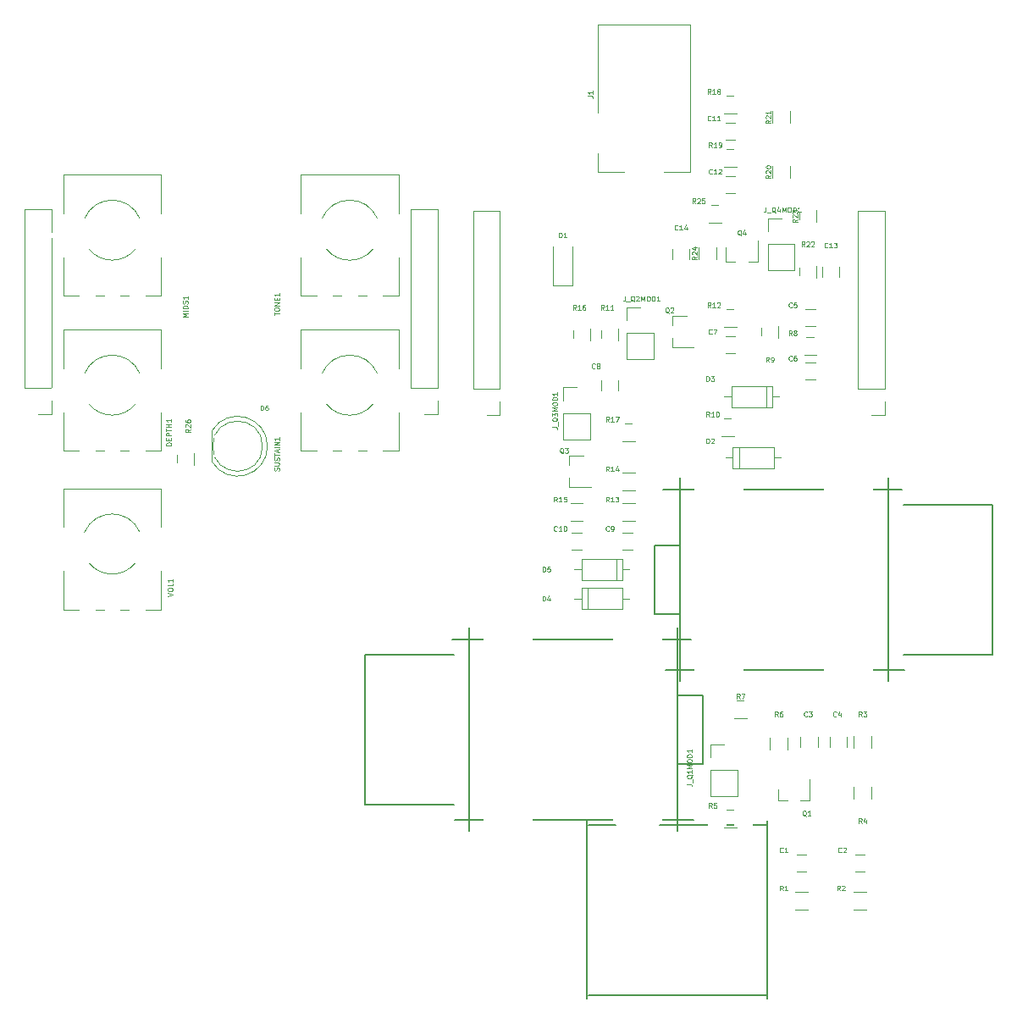
<source format=gbr>
G04 #@! TF.FileFunction,Legend,Top*
%FSLAX46Y46*%
G04 Gerber Fmt 4.6, Leading zero omitted, Abs format (unit mm)*
G04 Created by KiCad (PCBNEW 4.0.7) date 02/24/18 21:29:38*
%MOMM*%
%LPD*%
G01*
G04 APERTURE LIST*
%ADD10C,0.100000*%
%ADD11C,0.120000*%
%ADD12C,0.150000*%
%ADD13C,0.050000*%
%ADD14C,2.200000*%
%ADD15C,3.400000*%
%ADD16O,5.400000X4.400000*%
%ADD17O,4.400000X3.900000*%
%ADD18R,2.100000X2.100000*%
%ADD19O,2.100000X2.100000*%
%ADD20R,1.900000X1.650000*%
%ADD21R,1.650000X1.900000*%
%ADD22R,1.600000X1.300000*%
%ADD23R,2.200000X2.200000*%
%ADD24R,1.200000X1.300000*%
%ADD25R,1.300000X1.200000*%
%ADD26R,1.900000X1.700000*%
%ADD27R,1.700000X1.900000*%
%ADD28R,2.000000X2.000000*%
%ADD29O,2.000000X2.000000*%
%ADD30R,3.900000X3.900000*%
G04 APERTURE END LIST*
D10*
D11*
X45283568Y-150967018D02*
G75*
G02X50808000Y-150966000I2762432J-1171982D01*
G01*
X50343753Y-154067295D02*
G75*
G02X45748000Y-154067000I-2297753J1928295D01*
G01*
X43136000Y-158699000D02*
X43136000Y-154833000D01*
X43136000Y-150444000D02*
X43136000Y-146579000D01*
X52956000Y-158699000D02*
X52956000Y-154833000D01*
X52956000Y-150444000D02*
X52956000Y-146579000D01*
X43136000Y-158699000D02*
X44721000Y-158699000D01*
X46371000Y-158699000D02*
X47221000Y-158699000D01*
X48871000Y-158699000D02*
X49721000Y-158699000D01*
X51371000Y-158699000D02*
X52956000Y-158699000D01*
X43136000Y-146579000D02*
X52956000Y-146579000D01*
D12*
X102235000Y-155702000D02*
X102235000Y-159131000D01*
X102235000Y-159131000D02*
X104775000Y-159131000D01*
X102235000Y-155702000D02*
X102235000Y-152273000D01*
X102235000Y-152273000D02*
X104775000Y-152273000D01*
X125603000Y-165862000D02*
X125603000Y-145542000D01*
X104775000Y-165862000D02*
X104775000Y-145542000D01*
X127127000Y-163195000D02*
X136017000Y-163195000D01*
X136017000Y-163195000D02*
X136017000Y-148209000D01*
X136017000Y-148209000D02*
X127127000Y-148209000D01*
X103124000Y-146685000D02*
X127000000Y-146685000D01*
X103378000Y-164719000D02*
X127254000Y-164719000D01*
X113411000Y-197231000D02*
X96901000Y-197231000D01*
X96901000Y-197231000D02*
X95631000Y-197231000D01*
X95504000Y-197612000D02*
X95504000Y-179832000D01*
X95631000Y-180213000D02*
X113411000Y-180213000D01*
X113538000Y-179832000D02*
X113538000Y-197612000D01*
D11*
X69032568Y-135092018D02*
G75*
G02X74557000Y-135091000I2762432J-1171982D01*
G01*
X74092753Y-138192295D02*
G75*
G02X69497000Y-138192000I-2297753J1928295D01*
G01*
X66885000Y-142824000D02*
X66885000Y-138958000D01*
X66885000Y-134569000D02*
X66885000Y-130704000D01*
X76705000Y-142824000D02*
X76705000Y-138958000D01*
X76705000Y-134569000D02*
X76705000Y-130704000D01*
X66885000Y-142824000D02*
X68470000Y-142824000D01*
X70120000Y-142824000D02*
X70970000Y-142824000D01*
X72620000Y-142824000D02*
X73470000Y-142824000D01*
X75120000Y-142824000D02*
X76705000Y-142824000D01*
X66885000Y-130704000D02*
X76705000Y-130704000D01*
X69032568Y-119598018D02*
G75*
G02X74557000Y-119597000I2762432J-1171982D01*
G01*
X74092753Y-122698295D02*
G75*
G02X69497000Y-122698000I-2297753J1928295D01*
G01*
X66885000Y-127330000D02*
X66885000Y-123464000D01*
X66885000Y-119075000D02*
X66885000Y-115210000D01*
X76705000Y-127330000D02*
X76705000Y-123464000D01*
X76705000Y-119075000D02*
X76705000Y-115210000D01*
X66885000Y-127330000D02*
X68470000Y-127330000D01*
X70120000Y-127330000D02*
X70970000Y-127330000D01*
X72620000Y-127330000D02*
X73470000Y-127330000D01*
X75120000Y-127330000D02*
X76705000Y-127330000D01*
X66885000Y-115210000D02*
X76705000Y-115210000D01*
X41970000Y-118685000D02*
X39310000Y-118685000D01*
X41970000Y-136525000D02*
X41970000Y-118685000D01*
X39310000Y-136525000D02*
X39310000Y-118685000D01*
X41970000Y-136525000D02*
X39310000Y-136525000D01*
X41970000Y-137795000D02*
X41970000Y-139125000D01*
X41970000Y-139125000D02*
X40640000Y-139125000D01*
X125282000Y-118812000D02*
X122622000Y-118812000D01*
X125282000Y-136652000D02*
X125282000Y-118812000D01*
X122622000Y-136652000D02*
X122622000Y-118812000D01*
X125282000Y-136652000D02*
X122622000Y-136652000D01*
X125282000Y-137922000D02*
X125282000Y-139252000D01*
X125282000Y-139252000D02*
X123952000Y-139252000D01*
X86801000Y-118812000D02*
X84141000Y-118812000D01*
X86801000Y-136652000D02*
X86801000Y-118812000D01*
X84141000Y-136652000D02*
X84141000Y-118812000D01*
X86801000Y-136652000D02*
X84141000Y-136652000D01*
X86801000Y-137922000D02*
X86801000Y-139252000D01*
X86801000Y-139252000D02*
X85471000Y-139252000D01*
D12*
X107061000Y-170688000D02*
X107061000Y-167259000D01*
X107061000Y-167259000D02*
X104521000Y-167259000D01*
X107061000Y-170688000D02*
X107061000Y-174117000D01*
X107061000Y-174117000D02*
X104521000Y-174117000D01*
X83693000Y-160528000D02*
X83693000Y-180848000D01*
X104521000Y-160528000D02*
X104521000Y-180848000D01*
X82169000Y-163195000D02*
X73279000Y-163195000D01*
X73279000Y-163195000D02*
X73279000Y-178181000D01*
X73279000Y-178181000D02*
X82169000Y-178181000D01*
X106172000Y-179705000D02*
X82296000Y-179705000D01*
X105918000Y-161671000D02*
X82042000Y-161671000D01*
D11*
X116467000Y-184873000D02*
X117467000Y-184873000D01*
X117467000Y-183173000D02*
X116467000Y-183173000D01*
X122309000Y-184873000D02*
X123309000Y-184873000D01*
X123309000Y-183173000D02*
X122309000Y-183173000D01*
X118579000Y-172458000D02*
X118579000Y-171458000D01*
X116879000Y-171458000D02*
X116879000Y-172458000D01*
X121500000Y-172458000D02*
X121500000Y-171458000D01*
X119800000Y-171458000D02*
X119800000Y-172458000D01*
X118356000Y-128690000D02*
X117356000Y-128690000D01*
X117356000Y-130390000D02*
X118356000Y-130390000D01*
X117356000Y-135724000D02*
X118356000Y-135724000D01*
X118356000Y-134024000D02*
X117356000Y-134024000D01*
X109355000Y-133057000D02*
X110355000Y-133057000D01*
X110355000Y-131357000D02*
X109355000Y-131357000D01*
X98640000Y-136771000D02*
X98640000Y-135771000D01*
X96940000Y-135771000D02*
X96940000Y-136771000D01*
X99068000Y-152742000D02*
X100068000Y-152742000D01*
X100068000Y-151042000D02*
X99068000Y-151042000D01*
X94988000Y-151042000D02*
X93988000Y-151042000D01*
X93988000Y-152742000D02*
X94988000Y-152742000D01*
X110355000Y-110021000D02*
X109355000Y-110021000D01*
X109355000Y-111721000D02*
X110355000Y-111721000D01*
X109355000Y-117055000D02*
X110355000Y-117055000D01*
X110355000Y-115355000D02*
X109355000Y-115355000D01*
X120738000Y-125468000D02*
X120738000Y-124468000D01*
X119038000Y-124468000D02*
X119038000Y-125468000D01*
X105752000Y-123690000D02*
X105752000Y-122690000D01*
X104052000Y-122690000D02*
X104052000Y-123690000D01*
X92091000Y-126329000D02*
X94091000Y-126329000D01*
X94091000Y-126329000D02*
X94091000Y-122429000D01*
X92091000Y-126329000D02*
X92091000Y-122429000D01*
X63569000Y-142367462D02*
G75*
G03X58019000Y-140822170I-2990000J462D01*
G01*
X63569000Y-142366538D02*
G75*
G02X58019000Y-143911830I-2990000J-462D01*
G01*
X63079000Y-142367000D02*
G75*
G03X63079000Y-142367000I-2500000J0D01*
G01*
X58019000Y-140822000D02*
X58019000Y-143912000D01*
X45283568Y-135092018D02*
G75*
G02X50808000Y-135091000I2762432J-1171982D01*
G01*
X50343753Y-138192295D02*
G75*
G02X45748000Y-138192000I-2297753J1928295D01*
G01*
X43136000Y-142824000D02*
X43136000Y-138958000D01*
X43136000Y-134569000D02*
X43136000Y-130704000D01*
X52956000Y-142824000D02*
X52956000Y-138958000D01*
X52956000Y-134569000D02*
X52956000Y-130704000D01*
X43136000Y-142824000D02*
X44721000Y-142824000D01*
X46371000Y-142824000D02*
X47221000Y-142824000D01*
X48871000Y-142824000D02*
X49721000Y-142824000D01*
X51371000Y-142824000D02*
X52956000Y-142824000D01*
X43136000Y-130704000D02*
X52956000Y-130704000D01*
X80578000Y-118685000D02*
X77918000Y-118685000D01*
X80578000Y-136525000D02*
X80578000Y-118685000D01*
X77918000Y-136525000D02*
X77918000Y-118685000D01*
X80578000Y-136525000D02*
X77918000Y-136525000D01*
X80578000Y-137795000D02*
X80578000Y-139125000D01*
X80578000Y-139125000D02*
X79248000Y-139125000D01*
X45283568Y-119598018D02*
G75*
G02X50808000Y-119597000I2762432J-1171982D01*
G01*
X50343753Y-122698295D02*
G75*
G02X45748000Y-122698000I-2297753J1928295D01*
G01*
X43136000Y-127330000D02*
X43136000Y-123464000D01*
X43136000Y-119075000D02*
X43136000Y-115210000D01*
X52956000Y-127330000D02*
X52956000Y-123464000D01*
X52956000Y-119075000D02*
X52956000Y-115210000D01*
X43136000Y-127330000D02*
X44721000Y-127330000D01*
X46371000Y-127330000D02*
X47221000Y-127330000D01*
X48871000Y-127330000D02*
X49721000Y-127330000D01*
X51371000Y-127330000D02*
X52956000Y-127330000D01*
X43136000Y-115210000D02*
X52956000Y-115210000D01*
X114625000Y-177798000D02*
X115555000Y-177798000D01*
X117785000Y-177798000D02*
X116855000Y-177798000D01*
X117785000Y-177798000D02*
X117785000Y-175638000D01*
X114625000Y-177798000D02*
X114625000Y-176338000D01*
X104015000Y-129357000D02*
X104015000Y-130287000D01*
X104015000Y-132517000D02*
X104015000Y-131587000D01*
X104015000Y-132517000D02*
X106175000Y-132517000D01*
X104015000Y-129357000D02*
X105475000Y-129357000D01*
X93728000Y-143327000D02*
X93728000Y-144257000D01*
X93728000Y-146487000D02*
X93728000Y-145557000D01*
X93728000Y-146487000D02*
X95888000Y-146487000D01*
X93728000Y-143327000D02*
X95188000Y-143327000D01*
X109418000Y-123950000D02*
X110348000Y-123950000D01*
X112578000Y-123950000D02*
X111648000Y-123950000D01*
X112578000Y-123950000D02*
X112578000Y-121790000D01*
X109418000Y-123950000D02*
X109418000Y-122490000D01*
X116367000Y-186953000D02*
X117567000Y-186953000D01*
X117567000Y-188713000D02*
X116367000Y-188713000D01*
X122209000Y-186953000D02*
X123409000Y-186953000D01*
X123409000Y-188713000D02*
X122209000Y-188713000D01*
X122183000Y-172558000D02*
X122183000Y-171358000D01*
X123943000Y-171358000D02*
X123943000Y-172558000D01*
X123943000Y-176438000D02*
X123943000Y-177638000D01*
X122183000Y-177638000D02*
X122183000Y-176438000D01*
X109255000Y-178698000D02*
X110455000Y-178698000D01*
X110455000Y-180458000D02*
X109255000Y-180458000D01*
X113801000Y-172685000D02*
X113801000Y-171485000D01*
X115561000Y-171485000D02*
X115561000Y-172685000D01*
X110271000Y-167776000D02*
X111471000Y-167776000D01*
X111471000Y-169536000D02*
X110271000Y-169536000D01*
X117256000Y-131454000D02*
X118456000Y-131454000D01*
X118456000Y-133214000D02*
X117256000Y-133214000D01*
X114672000Y-130337000D02*
X114672000Y-131537000D01*
X112912000Y-131537000D02*
X112912000Y-130337000D01*
X110201000Y-141342000D02*
X109001000Y-141342000D01*
X109001000Y-139582000D02*
X110201000Y-139582000D01*
X96910000Y-131791000D02*
X96910000Y-130591000D01*
X98670000Y-130591000D02*
X98670000Y-131791000D01*
X110455000Y-130420000D02*
X109255000Y-130420000D01*
X109255000Y-128660000D02*
X110455000Y-128660000D01*
X99095000Y-148091000D02*
X100295000Y-148091000D01*
X100295000Y-149851000D02*
X99095000Y-149851000D01*
X100295000Y-146803000D02*
X99095000Y-146803000D01*
X99095000Y-145043000D02*
X100295000Y-145043000D01*
X95088000Y-149851000D02*
X93888000Y-149851000D01*
X93888000Y-148091000D02*
X95088000Y-148091000D01*
X94116000Y-131791000D02*
X94116000Y-130591000D01*
X95876000Y-130591000D02*
X95876000Y-131791000D01*
X100295000Y-141850000D02*
X99095000Y-141850000D01*
X99095000Y-140090000D02*
X100295000Y-140090000D01*
X110455000Y-109084000D02*
X109255000Y-109084000D01*
X109255000Y-107324000D02*
X110455000Y-107324000D01*
X109255000Y-112658000D02*
X110455000Y-112658000D01*
X110455000Y-114418000D02*
X109255000Y-114418000D01*
X114055000Y-115535000D02*
X114055000Y-114335000D01*
X115815000Y-114335000D02*
X115815000Y-115535000D01*
X115815000Y-108874000D02*
X115815000Y-110074000D01*
X114055000Y-110074000D02*
X114055000Y-108874000D01*
X118482000Y-124368000D02*
X118482000Y-125568000D01*
X116722000Y-125568000D02*
X116722000Y-124368000D01*
X118482000Y-118780000D02*
X118482000Y-119980000D01*
X116722000Y-119980000D02*
X116722000Y-118780000D01*
X108449000Y-122463000D02*
X108449000Y-123663000D01*
X106689000Y-123663000D02*
X106689000Y-122463000D01*
X107731000Y-118246000D02*
X108931000Y-118246000D01*
X108931000Y-120006000D02*
X107731000Y-120006000D01*
X54492000Y-144237000D02*
X54492000Y-143037000D01*
X56252000Y-143037000D02*
X56252000Y-144237000D01*
X107890000Y-177352000D02*
X110550000Y-177352000D01*
X107890000Y-174752000D02*
X107890000Y-177352000D01*
X110550000Y-174752000D02*
X110550000Y-177352000D01*
X107890000Y-174752000D02*
X110550000Y-174752000D01*
X107890000Y-173482000D02*
X107890000Y-172152000D01*
X107890000Y-172152000D02*
X109220000Y-172152000D01*
X99508000Y-133664000D02*
X102168000Y-133664000D01*
X99508000Y-131064000D02*
X99508000Y-133664000D01*
X102168000Y-131064000D02*
X102168000Y-133664000D01*
X99508000Y-131064000D02*
X102168000Y-131064000D01*
X99508000Y-129794000D02*
X99508000Y-128464000D01*
X99508000Y-128464000D02*
X100838000Y-128464000D01*
X93158000Y-141665000D02*
X95818000Y-141665000D01*
X93158000Y-139065000D02*
X93158000Y-141665000D01*
X95818000Y-139065000D02*
X95818000Y-141665000D01*
X93158000Y-139065000D02*
X95818000Y-139065000D01*
X93158000Y-137795000D02*
X93158000Y-136465000D01*
X93158000Y-136465000D02*
X94488000Y-136465000D01*
X113605000Y-124774000D02*
X116265000Y-124774000D01*
X113605000Y-122174000D02*
X113605000Y-124774000D01*
X116265000Y-122174000D02*
X116265000Y-124774000D01*
X113605000Y-122174000D02*
X116265000Y-122174000D01*
X113605000Y-120904000D02*
X113605000Y-119574000D01*
X113605000Y-119574000D02*
X114935000Y-119574000D01*
X110081000Y-142450000D02*
X110081000Y-144570000D01*
X110081000Y-144570000D02*
X114201000Y-144570000D01*
X114201000Y-144570000D02*
X114201000Y-142450000D01*
X114201000Y-142450000D02*
X110081000Y-142450000D01*
X109311000Y-143510000D02*
X110081000Y-143510000D01*
X114971000Y-143510000D02*
X114201000Y-143510000D01*
X110741000Y-142450000D02*
X110741000Y-144570000D01*
X114074000Y-138474000D02*
X114074000Y-136354000D01*
X114074000Y-136354000D02*
X109954000Y-136354000D01*
X109954000Y-136354000D02*
X109954000Y-138474000D01*
X109954000Y-138474000D02*
X114074000Y-138474000D01*
X114844000Y-137414000D02*
X114074000Y-137414000D01*
X109184000Y-137414000D02*
X109954000Y-137414000D01*
X113414000Y-138474000D02*
X113414000Y-136354000D01*
X94968000Y-156547000D02*
X94968000Y-158667000D01*
X94968000Y-158667000D02*
X99088000Y-158667000D01*
X99088000Y-158667000D02*
X99088000Y-156547000D01*
X99088000Y-156547000D02*
X94968000Y-156547000D01*
X94198000Y-157607000D02*
X94968000Y-157607000D01*
X99858000Y-157607000D02*
X99088000Y-157607000D01*
X95628000Y-156547000D02*
X95628000Y-158667000D01*
X99088000Y-155746000D02*
X99088000Y-153626000D01*
X99088000Y-153626000D02*
X94968000Y-153626000D01*
X94968000Y-153626000D02*
X94968000Y-155746000D01*
X94968000Y-155746000D02*
X99088000Y-155746000D01*
X99858000Y-154686000D02*
X99088000Y-154686000D01*
X94198000Y-154686000D02*
X94968000Y-154686000D01*
X98428000Y-155746000D02*
X98428000Y-153626000D01*
X96619000Y-109046000D02*
X96619000Y-100246000D01*
X96619000Y-100246000D02*
X105819000Y-100246000D01*
X99319000Y-114946000D02*
X96619000Y-114946000D01*
X96619000Y-114946000D02*
X96619000Y-113046000D01*
X105819000Y-100246000D02*
X105819000Y-114946000D01*
X105819000Y-114946000D02*
X103219000Y-114946000D01*
D13*
X53574190Y-157333047D02*
X54074190Y-157166380D01*
X53574190Y-156999714D01*
X53574190Y-156737809D02*
X53574190Y-156642571D01*
X53598000Y-156594952D01*
X53645619Y-156547333D01*
X53740857Y-156523524D01*
X53907524Y-156523524D01*
X54002762Y-156547333D01*
X54050381Y-156594952D01*
X54074190Y-156642571D01*
X54074190Y-156737809D01*
X54050381Y-156785428D01*
X54002762Y-156833047D01*
X53907524Y-156856857D01*
X53740857Y-156856857D01*
X53645619Y-156833047D01*
X53598000Y-156785428D01*
X53574190Y-156737809D01*
X54074190Y-156071142D02*
X54074190Y-156309237D01*
X53574190Y-156309237D01*
X54074190Y-155642571D02*
X54074190Y-155928285D01*
X54074190Y-155785428D02*
X53574190Y-155785428D01*
X53645619Y-155833047D01*
X53693238Y-155880666D01*
X53717048Y-155928285D01*
X64718381Y-144795666D02*
X64742190Y-144724237D01*
X64742190Y-144605190D01*
X64718381Y-144557571D01*
X64694571Y-144533761D01*
X64646952Y-144509952D01*
X64599333Y-144509952D01*
X64551714Y-144533761D01*
X64527905Y-144557571D01*
X64504095Y-144605190D01*
X64480286Y-144700428D01*
X64456476Y-144748047D01*
X64432667Y-144771856D01*
X64385048Y-144795666D01*
X64337429Y-144795666D01*
X64289810Y-144771856D01*
X64266000Y-144748047D01*
X64242190Y-144700428D01*
X64242190Y-144581380D01*
X64266000Y-144509952D01*
X64242190Y-144295666D02*
X64646952Y-144295666D01*
X64694571Y-144271857D01*
X64718381Y-144248047D01*
X64742190Y-144200428D01*
X64742190Y-144105190D01*
X64718381Y-144057571D01*
X64694571Y-144033762D01*
X64646952Y-144009952D01*
X64242190Y-144009952D01*
X64718381Y-143795666D02*
X64742190Y-143724237D01*
X64742190Y-143605190D01*
X64718381Y-143557571D01*
X64694571Y-143533761D01*
X64646952Y-143509952D01*
X64599333Y-143509952D01*
X64551714Y-143533761D01*
X64527905Y-143557571D01*
X64504095Y-143605190D01*
X64480286Y-143700428D01*
X64456476Y-143748047D01*
X64432667Y-143771856D01*
X64385048Y-143795666D01*
X64337429Y-143795666D01*
X64289810Y-143771856D01*
X64266000Y-143748047D01*
X64242190Y-143700428D01*
X64242190Y-143581380D01*
X64266000Y-143509952D01*
X64242190Y-143367095D02*
X64242190Y-143081381D01*
X64742190Y-143224238D02*
X64242190Y-143224238D01*
X64599333Y-142938524D02*
X64599333Y-142700429D01*
X64742190Y-142986143D02*
X64242190Y-142819476D01*
X64742190Y-142652810D01*
X64742190Y-142486143D02*
X64242190Y-142486143D01*
X64742190Y-142248048D02*
X64242190Y-142248048D01*
X64742190Y-141962334D01*
X64242190Y-141962334D01*
X64742190Y-141462334D02*
X64742190Y-141748048D01*
X64742190Y-141605191D02*
X64242190Y-141605191D01*
X64313619Y-141652810D01*
X64361238Y-141700429D01*
X64385048Y-141748048D01*
X64242190Y-129273952D02*
X64242190Y-128988238D01*
X64742190Y-129131095D02*
X64242190Y-129131095D01*
X64242190Y-128726333D02*
X64242190Y-128631095D01*
X64266000Y-128583476D01*
X64313619Y-128535857D01*
X64408857Y-128512048D01*
X64575524Y-128512048D01*
X64670762Y-128535857D01*
X64718381Y-128583476D01*
X64742190Y-128631095D01*
X64742190Y-128726333D01*
X64718381Y-128773952D01*
X64670762Y-128821571D01*
X64575524Y-128845381D01*
X64408857Y-128845381D01*
X64313619Y-128821571D01*
X64266000Y-128773952D01*
X64242190Y-128726333D01*
X64742190Y-128297761D02*
X64242190Y-128297761D01*
X64742190Y-128012047D01*
X64242190Y-128012047D01*
X64480286Y-127773951D02*
X64480286Y-127607285D01*
X64742190Y-127535856D02*
X64742190Y-127773951D01*
X64242190Y-127773951D01*
X64242190Y-127535856D01*
X64742190Y-127059666D02*
X64742190Y-127345380D01*
X64742190Y-127202523D02*
X64242190Y-127202523D01*
X64313619Y-127250142D01*
X64361238Y-127297761D01*
X64385048Y-127345380D01*
X115105667Y-182931571D02*
X115081857Y-182955381D01*
X115010429Y-182979190D01*
X114962810Y-182979190D01*
X114891381Y-182955381D01*
X114843762Y-182907762D01*
X114819953Y-182860143D01*
X114796143Y-182764905D01*
X114796143Y-182693476D01*
X114819953Y-182598238D01*
X114843762Y-182550619D01*
X114891381Y-182503000D01*
X114962810Y-182479190D01*
X115010429Y-182479190D01*
X115081857Y-182503000D01*
X115105667Y-182526810D01*
X115581857Y-182979190D02*
X115296143Y-182979190D01*
X115439000Y-182979190D02*
X115439000Y-182479190D01*
X115391381Y-182550619D01*
X115343762Y-182598238D01*
X115296143Y-182622048D01*
X120947667Y-182931571D02*
X120923857Y-182955381D01*
X120852429Y-182979190D01*
X120804810Y-182979190D01*
X120733381Y-182955381D01*
X120685762Y-182907762D01*
X120661953Y-182860143D01*
X120638143Y-182764905D01*
X120638143Y-182693476D01*
X120661953Y-182598238D01*
X120685762Y-182550619D01*
X120733381Y-182503000D01*
X120804810Y-182479190D01*
X120852429Y-182479190D01*
X120923857Y-182503000D01*
X120947667Y-182526810D01*
X121138143Y-182526810D02*
X121161953Y-182503000D01*
X121209572Y-182479190D01*
X121328619Y-182479190D01*
X121376238Y-182503000D01*
X121400048Y-182526810D01*
X121423857Y-182574429D01*
X121423857Y-182622048D01*
X121400048Y-182693476D01*
X121114334Y-182979190D01*
X121423857Y-182979190D01*
X117518667Y-169342571D02*
X117494857Y-169366381D01*
X117423429Y-169390190D01*
X117375810Y-169390190D01*
X117304381Y-169366381D01*
X117256762Y-169318762D01*
X117232953Y-169271143D01*
X117209143Y-169175905D01*
X117209143Y-169104476D01*
X117232953Y-169009238D01*
X117256762Y-168961619D01*
X117304381Y-168914000D01*
X117375810Y-168890190D01*
X117423429Y-168890190D01*
X117494857Y-168914000D01*
X117518667Y-168937810D01*
X117685334Y-168890190D02*
X117994857Y-168890190D01*
X117828191Y-169080667D01*
X117899619Y-169080667D01*
X117947238Y-169104476D01*
X117971048Y-169128286D01*
X117994857Y-169175905D01*
X117994857Y-169294952D01*
X117971048Y-169342571D01*
X117947238Y-169366381D01*
X117899619Y-169390190D01*
X117756762Y-169390190D01*
X117709143Y-169366381D01*
X117685334Y-169342571D01*
X120439667Y-169342571D02*
X120415857Y-169366381D01*
X120344429Y-169390190D01*
X120296810Y-169390190D01*
X120225381Y-169366381D01*
X120177762Y-169318762D01*
X120153953Y-169271143D01*
X120130143Y-169175905D01*
X120130143Y-169104476D01*
X120153953Y-169009238D01*
X120177762Y-168961619D01*
X120225381Y-168914000D01*
X120296810Y-168890190D01*
X120344429Y-168890190D01*
X120415857Y-168914000D01*
X120439667Y-168937810D01*
X120868238Y-169056857D02*
X120868238Y-169390190D01*
X120749191Y-168866381D02*
X120630143Y-169223524D01*
X120939667Y-169223524D01*
X115994667Y-128448571D02*
X115970857Y-128472381D01*
X115899429Y-128496190D01*
X115851810Y-128496190D01*
X115780381Y-128472381D01*
X115732762Y-128424762D01*
X115708953Y-128377143D01*
X115685143Y-128281905D01*
X115685143Y-128210476D01*
X115708953Y-128115238D01*
X115732762Y-128067619D01*
X115780381Y-128020000D01*
X115851810Y-127996190D01*
X115899429Y-127996190D01*
X115970857Y-128020000D01*
X115994667Y-128043810D01*
X116447048Y-127996190D02*
X116208953Y-127996190D01*
X116185143Y-128234286D01*
X116208953Y-128210476D01*
X116256572Y-128186667D01*
X116375619Y-128186667D01*
X116423238Y-128210476D01*
X116447048Y-128234286D01*
X116470857Y-128281905D01*
X116470857Y-128400952D01*
X116447048Y-128448571D01*
X116423238Y-128472381D01*
X116375619Y-128496190D01*
X116256572Y-128496190D01*
X116208953Y-128472381D01*
X116185143Y-128448571D01*
X115994667Y-133782571D02*
X115970857Y-133806381D01*
X115899429Y-133830190D01*
X115851810Y-133830190D01*
X115780381Y-133806381D01*
X115732762Y-133758762D01*
X115708953Y-133711143D01*
X115685143Y-133615905D01*
X115685143Y-133544476D01*
X115708953Y-133449238D01*
X115732762Y-133401619D01*
X115780381Y-133354000D01*
X115851810Y-133330190D01*
X115899429Y-133330190D01*
X115970857Y-133354000D01*
X115994667Y-133377810D01*
X116423238Y-133330190D02*
X116328000Y-133330190D01*
X116280381Y-133354000D01*
X116256572Y-133377810D01*
X116208953Y-133449238D01*
X116185143Y-133544476D01*
X116185143Y-133734952D01*
X116208953Y-133782571D01*
X116232762Y-133806381D01*
X116280381Y-133830190D01*
X116375619Y-133830190D01*
X116423238Y-133806381D01*
X116447048Y-133782571D01*
X116470857Y-133734952D01*
X116470857Y-133615905D01*
X116447048Y-133568286D01*
X116423238Y-133544476D01*
X116375619Y-133520667D01*
X116280381Y-133520667D01*
X116232762Y-133544476D01*
X116208953Y-133568286D01*
X116185143Y-133615905D01*
X107993667Y-131115571D02*
X107969857Y-131139381D01*
X107898429Y-131163190D01*
X107850810Y-131163190D01*
X107779381Y-131139381D01*
X107731762Y-131091762D01*
X107707953Y-131044143D01*
X107684143Y-130948905D01*
X107684143Y-130877476D01*
X107707953Y-130782238D01*
X107731762Y-130734619D01*
X107779381Y-130687000D01*
X107850810Y-130663190D01*
X107898429Y-130663190D01*
X107969857Y-130687000D01*
X107993667Y-130710810D01*
X108160334Y-130663190D02*
X108493667Y-130663190D01*
X108279381Y-131163190D01*
X96309667Y-134544571D02*
X96285857Y-134568381D01*
X96214429Y-134592190D01*
X96166810Y-134592190D01*
X96095381Y-134568381D01*
X96047762Y-134520762D01*
X96023953Y-134473143D01*
X96000143Y-134377905D01*
X96000143Y-134306476D01*
X96023953Y-134211238D01*
X96047762Y-134163619D01*
X96095381Y-134116000D01*
X96166810Y-134092190D01*
X96214429Y-134092190D01*
X96285857Y-134116000D01*
X96309667Y-134139810D01*
X96595381Y-134306476D02*
X96547762Y-134282667D01*
X96523953Y-134258857D01*
X96500143Y-134211238D01*
X96500143Y-134187429D01*
X96523953Y-134139810D01*
X96547762Y-134116000D01*
X96595381Y-134092190D01*
X96690619Y-134092190D01*
X96738238Y-134116000D01*
X96762048Y-134139810D01*
X96785857Y-134187429D01*
X96785857Y-134211238D01*
X96762048Y-134258857D01*
X96738238Y-134282667D01*
X96690619Y-134306476D01*
X96595381Y-134306476D01*
X96547762Y-134330286D01*
X96523953Y-134354095D01*
X96500143Y-134401714D01*
X96500143Y-134496952D01*
X96523953Y-134544571D01*
X96547762Y-134568381D01*
X96595381Y-134592190D01*
X96690619Y-134592190D01*
X96738238Y-134568381D01*
X96762048Y-134544571D01*
X96785857Y-134496952D01*
X96785857Y-134401714D01*
X96762048Y-134354095D01*
X96738238Y-134330286D01*
X96690619Y-134306476D01*
X97706667Y-150800571D02*
X97682857Y-150824381D01*
X97611429Y-150848190D01*
X97563810Y-150848190D01*
X97492381Y-150824381D01*
X97444762Y-150776762D01*
X97420953Y-150729143D01*
X97397143Y-150633905D01*
X97397143Y-150562476D01*
X97420953Y-150467238D01*
X97444762Y-150419619D01*
X97492381Y-150372000D01*
X97563810Y-150348190D01*
X97611429Y-150348190D01*
X97682857Y-150372000D01*
X97706667Y-150395810D01*
X97944762Y-150848190D02*
X98040000Y-150848190D01*
X98087619Y-150824381D01*
X98111429Y-150800571D01*
X98159048Y-150729143D01*
X98182857Y-150633905D01*
X98182857Y-150443429D01*
X98159048Y-150395810D01*
X98135238Y-150372000D01*
X98087619Y-150348190D01*
X97992381Y-150348190D01*
X97944762Y-150372000D01*
X97920953Y-150395810D01*
X97897143Y-150443429D01*
X97897143Y-150562476D01*
X97920953Y-150610095D01*
X97944762Y-150633905D01*
X97992381Y-150657714D01*
X98087619Y-150657714D01*
X98135238Y-150633905D01*
X98159048Y-150610095D01*
X98182857Y-150562476D01*
X92515572Y-150800571D02*
X92491762Y-150824381D01*
X92420334Y-150848190D01*
X92372715Y-150848190D01*
X92301286Y-150824381D01*
X92253667Y-150776762D01*
X92229858Y-150729143D01*
X92206048Y-150633905D01*
X92206048Y-150562476D01*
X92229858Y-150467238D01*
X92253667Y-150419619D01*
X92301286Y-150372000D01*
X92372715Y-150348190D01*
X92420334Y-150348190D01*
X92491762Y-150372000D01*
X92515572Y-150395810D01*
X92991762Y-150848190D02*
X92706048Y-150848190D01*
X92848905Y-150848190D02*
X92848905Y-150348190D01*
X92801286Y-150419619D01*
X92753667Y-150467238D01*
X92706048Y-150491048D01*
X93301286Y-150348190D02*
X93348905Y-150348190D01*
X93396524Y-150372000D01*
X93420333Y-150395810D01*
X93444143Y-150443429D01*
X93467952Y-150538667D01*
X93467952Y-150657714D01*
X93444143Y-150752952D01*
X93420333Y-150800571D01*
X93396524Y-150824381D01*
X93348905Y-150848190D01*
X93301286Y-150848190D01*
X93253667Y-150824381D01*
X93229857Y-150800571D01*
X93206048Y-150752952D01*
X93182238Y-150657714D01*
X93182238Y-150538667D01*
X93206048Y-150443429D01*
X93229857Y-150395810D01*
X93253667Y-150372000D01*
X93301286Y-150348190D01*
X107882572Y-109779571D02*
X107858762Y-109803381D01*
X107787334Y-109827190D01*
X107739715Y-109827190D01*
X107668286Y-109803381D01*
X107620667Y-109755762D01*
X107596858Y-109708143D01*
X107573048Y-109612905D01*
X107573048Y-109541476D01*
X107596858Y-109446238D01*
X107620667Y-109398619D01*
X107668286Y-109351000D01*
X107739715Y-109327190D01*
X107787334Y-109327190D01*
X107858762Y-109351000D01*
X107882572Y-109374810D01*
X108358762Y-109827190D02*
X108073048Y-109827190D01*
X108215905Y-109827190D02*
X108215905Y-109327190D01*
X108168286Y-109398619D01*
X108120667Y-109446238D01*
X108073048Y-109470048D01*
X108834952Y-109827190D02*
X108549238Y-109827190D01*
X108692095Y-109827190D02*
X108692095Y-109327190D01*
X108644476Y-109398619D01*
X108596857Y-109446238D01*
X108549238Y-109470048D01*
X108009572Y-115113571D02*
X107985762Y-115137381D01*
X107914334Y-115161190D01*
X107866715Y-115161190D01*
X107795286Y-115137381D01*
X107747667Y-115089762D01*
X107723858Y-115042143D01*
X107700048Y-114946905D01*
X107700048Y-114875476D01*
X107723858Y-114780238D01*
X107747667Y-114732619D01*
X107795286Y-114685000D01*
X107866715Y-114661190D01*
X107914334Y-114661190D01*
X107985762Y-114685000D01*
X108009572Y-114708810D01*
X108485762Y-115161190D02*
X108200048Y-115161190D01*
X108342905Y-115161190D02*
X108342905Y-114661190D01*
X108295286Y-114732619D01*
X108247667Y-114780238D01*
X108200048Y-114804048D01*
X108676238Y-114708810D02*
X108700048Y-114685000D01*
X108747667Y-114661190D01*
X108866714Y-114661190D01*
X108914333Y-114685000D01*
X108938143Y-114708810D01*
X108961952Y-114756429D01*
X108961952Y-114804048D01*
X108938143Y-114875476D01*
X108652429Y-115161190D01*
X108961952Y-115161190D01*
X119566572Y-122479571D02*
X119542762Y-122503381D01*
X119471334Y-122527190D01*
X119423715Y-122527190D01*
X119352286Y-122503381D01*
X119304667Y-122455762D01*
X119280858Y-122408143D01*
X119257048Y-122312905D01*
X119257048Y-122241476D01*
X119280858Y-122146238D01*
X119304667Y-122098619D01*
X119352286Y-122051000D01*
X119423715Y-122027190D01*
X119471334Y-122027190D01*
X119542762Y-122051000D01*
X119566572Y-122074810D01*
X120042762Y-122527190D02*
X119757048Y-122527190D01*
X119899905Y-122527190D02*
X119899905Y-122027190D01*
X119852286Y-122098619D01*
X119804667Y-122146238D01*
X119757048Y-122170048D01*
X120209429Y-122027190D02*
X120518952Y-122027190D01*
X120352286Y-122217667D01*
X120423714Y-122217667D01*
X120471333Y-122241476D01*
X120495143Y-122265286D01*
X120518952Y-122312905D01*
X120518952Y-122431952D01*
X120495143Y-122479571D01*
X120471333Y-122503381D01*
X120423714Y-122527190D01*
X120280857Y-122527190D01*
X120233238Y-122503381D01*
X120209429Y-122479571D01*
X104580572Y-120701571D02*
X104556762Y-120725381D01*
X104485334Y-120749190D01*
X104437715Y-120749190D01*
X104366286Y-120725381D01*
X104318667Y-120677762D01*
X104294858Y-120630143D01*
X104271048Y-120534905D01*
X104271048Y-120463476D01*
X104294858Y-120368238D01*
X104318667Y-120320619D01*
X104366286Y-120273000D01*
X104437715Y-120249190D01*
X104485334Y-120249190D01*
X104556762Y-120273000D01*
X104580572Y-120296810D01*
X105056762Y-120749190D02*
X104771048Y-120749190D01*
X104913905Y-120749190D02*
X104913905Y-120249190D01*
X104866286Y-120320619D01*
X104818667Y-120368238D01*
X104771048Y-120392048D01*
X105485333Y-120415857D02*
X105485333Y-120749190D01*
X105366286Y-120225381D02*
X105247238Y-120582524D01*
X105556762Y-120582524D01*
X92721953Y-121511190D02*
X92721953Y-121011190D01*
X92841000Y-121011190D01*
X92912429Y-121035000D01*
X92960048Y-121082619D01*
X92983857Y-121130238D01*
X93007667Y-121225476D01*
X93007667Y-121296905D01*
X92983857Y-121392143D01*
X92960048Y-121439762D01*
X92912429Y-121487381D01*
X92841000Y-121511190D01*
X92721953Y-121511190D01*
X93483857Y-121511190D02*
X93198143Y-121511190D01*
X93341000Y-121511190D02*
X93341000Y-121011190D01*
X93293381Y-121082619D01*
X93245762Y-121130238D01*
X93198143Y-121154048D01*
X62876953Y-138783190D02*
X62876953Y-138283190D01*
X62996000Y-138283190D01*
X63067429Y-138307000D01*
X63115048Y-138354619D01*
X63138857Y-138402238D01*
X63162667Y-138497476D01*
X63162667Y-138568905D01*
X63138857Y-138664143D01*
X63115048Y-138711762D01*
X63067429Y-138759381D01*
X62996000Y-138783190D01*
X62876953Y-138783190D01*
X63591238Y-138283190D02*
X63496000Y-138283190D01*
X63448381Y-138307000D01*
X63424572Y-138330810D01*
X63376953Y-138402238D01*
X63353143Y-138497476D01*
X63353143Y-138687952D01*
X63376953Y-138735571D01*
X63400762Y-138759381D01*
X63448381Y-138783190D01*
X63543619Y-138783190D01*
X63591238Y-138759381D01*
X63615048Y-138735571D01*
X63638857Y-138687952D01*
X63638857Y-138568905D01*
X63615048Y-138521286D01*
X63591238Y-138497476D01*
X63543619Y-138473667D01*
X63448381Y-138473667D01*
X63400762Y-138497476D01*
X63376953Y-138521286D01*
X63353143Y-138568905D01*
X53947190Y-142267618D02*
X53447190Y-142267618D01*
X53447190Y-142148571D01*
X53471000Y-142077142D01*
X53518619Y-142029523D01*
X53566238Y-142005714D01*
X53661476Y-141981904D01*
X53732905Y-141981904D01*
X53828143Y-142005714D01*
X53875762Y-142029523D01*
X53923381Y-142077142D01*
X53947190Y-142148571D01*
X53947190Y-142267618D01*
X53685286Y-141767618D02*
X53685286Y-141600952D01*
X53947190Y-141529523D02*
X53947190Y-141767618D01*
X53447190Y-141767618D01*
X53447190Y-141529523D01*
X53947190Y-141315237D02*
X53447190Y-141315237D01*
X53447190Y-141124761D01*
X53471000Y-141077142D01*
X53494810Y-141053333D01*
X53542429Y-141029523D01*
X53613857Y-141029523D01*
X53661476Y-141053333D01*
X53685286Y-141077142D01*
X53709095Y-141124761D01*
X53709095Y-141315237D01*
X53447190Y-140886666D02*
X53447190Y-140600952D01*
X53947190Y-140743809D02*
X53447190Y-140743809D01*
X53947190Y-140434285D02*
X53447190Y-140434285D01*
X53685286Y-140434285D02*
X53685286Y-140148571D01*
X53947190Y-140148571D02*
X53447190Y-140148571D01*
X53947190Y-139648571D02*
X53947190Y-139934285D01*
X53947190Y-139791428D02*
X53447190Y-139791428D01*
X53518619Y-139839047D01*
X53566238Y-139886666D01*
X53590048Y-139934285D01*
X55598190Y-129408904D02*
X55098190Y-129408904D01*
X55455333Y-129242238D01*
X55098190Y-129075571D01*
X55598190Y-129075571D01*
X55598190Y-128837475D02*
X55098190Y-128837475D01*
X55598190Y-128599380D02*
X55098190Y-128599380D01*
X55098190Y-128480333D01*
X55122000Y-128408904D01*
X55169619Y-128361285D01*
X55217238Y-128337476D01*
X55312476Y-128313666D01*
X55383905Y-128313666D01*
X55479143Y-128337476D01*
X55526762Y-128361285D01*
X55574381Y-128408904D01*
X55598190Y-128480333D01*
X55598190Y-128599380D01*
X55574381Y-128123190D02*
X55598190Y-128051761D01*
X55598190Y-127932714D01*
X55574381Y-127885095D01*
X55550571Y-127861285D01*
X55502952Y-127837476D01*
X55455333Y-127837476D01*
X55407714Y-127861285D01*
X55383905Y-127885095D01*
X55360095Y-127932714D01*
X55336286Y-128027952D01*
X55312476Y-128075571D01*
X55288667Y-128099380D01*
X55241048Y-128123190D01*
X55193429Y-128123190D01*
X55145810Y-128099380D01*
X55122000Y-128075571D01*
X55098190Y-128027952D01*
X55098190Y-127908904D01*
X55122000Y-127837476D01*
X55598190Y-127361286D02*
X55598190Y-127647000D01*
X55598190Y-127504143D02*
X55098190Y-127504143D01*
X55169619Y-127551762D01*
X55217238Y-127599381D01*
X55241048Y-127647000D01*
X117427381Y-179343810D02*
X117379762Y-179320000D01*
X117332143Y-179272381D01*
X117260714Y-179200952D01*
X117213095Y-179177143D01*
X117165476Y-179177143D01*
X117189286Y-179296190D02*
X117141667Y-179272381D01*
X117094048Y-179224762D01*
X117070238Y-179129524D01*
X117070238Y-178962857D01*
X117094048Y-178867619D01*
X117141667Y-178820000D01*
X117189286Y-178796190D01*
X117284524Y-178796190D01*
X117332143Y-178820000D01*
X117379762Y-178867619D01*
X117403571Y-178962857D01*
X117403571Y-179129524D01*
X117379762Y-179224762D01*
X117332143Y-179272381D01*
X117284524Y-179296190D01*
X117189286Y-179296190D01*
X117879762Y-179296190D02*
X117594048Y-179296190D01*
X117736905Y-179296190D02*
X117736905Y-178796190D01*
X117689286Y-178867619D01*
X117641667Y-178915238D01*
X117594048Y-178939048D01*
X103711381Y-129051810D02*
X103663762Y-129028000D01*
X103616143Y-128980381D01*
X103544714Y-128908952D01*
X103497095Y-128885143D01*
X103449476Y-128885143D01*
X103473286Y-129004190D02*
X103425667Y-128980381D01*
X103378048Y-128932762D01*
X103354238Y-128837524D01*
X103354238Y-128670857D01*
X103378048Y-128575619D01*
X103425667Y-128528000D01*
X103473286Y-128504190D01*
X103568524Y-128504190D01*
X103616143Y-128528000D01*
X103663762Y-128575619D01*
X103687571Y-128670857D01*
X103687571Y-128837524D01*
X103663762Y-128932762D01*
X103616143Y-128980381D01*
X103568524Y-129004190D01*
X103473286Y-129004190D01*
X103878048Y-128551810D02*
X103901858Y-128528000D01*
X103949477Y-128504190D01*
X104068524Y-128504190D01*
X104116143Y-128528000D01*
X104139953Y-128551810D01*
X104163762Y-128599429D01*
X104163762Y-128647048D01*
X104139953Y-128718476D01*
X103854239Y-129004190D01*
X104163762Y-129004190D01*
X93170381Y-143085310D02*
X93122762Y-143061500D01*
X93075143Y-143013881D01*
X93003714Y-142942452D01*
X92956095Y-142918643D01*
X92908476Y-142918643D01*
X92932286Y-143037690D02*
X92884667Y-143013881D01*
X92837048Y-142966262D01*
X92813238Y-142871024D01*
X92813238Y-142704357D01*
X92837048Y-142609119D01*
X92884667Y-142561500D01*
X92932286Y-142537690D01*
X93027524Y-142537690D01*
X93075143Y-142561500D01*
X93122762Y-142609119D01*
X93146571Y-142704357D01*
X93146571Y-142871024D01*
X93122762Y-142966262D01*
X93075143Y-143013881D01*
X93027524Y-143037690D01*
X92932286Y-143037690D01*
X93313239Y-142537690D02*
X93622762Y-142537690D01*
X93456096Y-142728167D01*
X93527524Y-142728167D01*
X93575143Y-142751976D01*
X93598953Y-142775786D01*
X93622762Y-142823405D01*
X93622762Y-142942452D01*
X93598953Y-142990071D01*
X93575143Y-143013881D01*
X93527524Y-143037690D01*
X93384667Y-143037690D01*
X93337048Y-143013881D01*
X93313239Y-142990071D01*
X110950381Y-121304810D02*
X110902762Y-121281000D01*
X110855143Y-121233381D01*
X110783714Y-121161952D01*
X110736095Y-121138143D01*
X110688476Y-121138143D01*
X110712286Y-121257190D02*
X110664667Y-121233381D01*
X110617048Y-121185762D01*
X110593238Y-121090524D01*
X110593238Y-120923857D01*
X110617048Y-120828619D01*
X110664667Y-120781000D01*
X110712286Y-120757190D01*
X110807524Y-120757190D01*
X110855143Y-120781000D01*
X110902762Y-120828619D01*
X110926571Y-120923857D01*
X110926571Y-121090524D01*
X110902762Y-121185762D01*
X110855143Y-121233381D01*
X110807524Y-121257190D01*
X110712286Y-121257190D01*
X111355143Y-120923857D02*
X111355143Y-121257190D01*
X111236096Y-120733381D02*
X111117048Y-121090524D01*
X111426572Y-121090524D01*
X115105667Y-186789190D02*
X114939000Y-186551095D01*
X114819953Y-186789190D02*
X114819953Y-186289190D01*
X115010429Y-186289190D01*
X115058048Y-186313000D01*
X115081857Y-186336810D01*
X115105667Y-186384429D01*
X115105667Y-186455857D01*
X115081857Y-186503476D01*
X115058048Y-186527286D01*
X115010429Y-186551095D01*
X114819953Y-186551095D01*
X115581857Y-186789190D02*
X115296143Y-186789190D01*
X115439000Y-186789190D02*
X115439000Y-186289190D01*
X115391381Y-186360619D01*
X115343762Y-186408238D01*
X115296143Y-186432048D01*
X120820667Y-186789190D02*
X120654000Y-186551095D01*
X120534953Y-186789190D02*
X120534953Y-186289190D01*
X120725429Y-186289190D01*
X120773048Y-186313000D01*
X120796857Y-186336810D01*
X120820667Y-186384429D01*
X120820667Y-186455857D01*
X120796857Y-186503476D01*
X120773048Y-186527286D01*
X120725429Y-186551095D01*
X120534953Y-186551095D01*
X121011143Y-186336810D02*
X121034953Y-186313000D01*
X121082572Y-186289190D01*
X121201619Y-186289190D01*
X121249238Y-186313000D01*
X121273048Y-186336810D01*
X121296857Y-186384429D01*
X121296857Y-186432048D01*
X121273048Y-186503476D01*
X120987334Y-186789190D01*
X121296857Y-186789190D01*
X122979667Y-169390190D02*
X122813000Y-169152095D01*
X122693953Y-169390190D02*
X122693953Y-168890190D01*
X122884429Y-168890190D01*
X122932048Y-168914000D01*
X122955857Y-168937810D01*
X122979667Y-168985429D01*
X122979667Y-169056857D01*
X122955857Y-169104476D01*
X122932048Y-169128286D01*
X122884429Y-169152095D01*
X122693953Y-169152095D01*
X123146334Y-168890190D02*
X123455857Y-168890190D01*
X123289191Y-169080667D01*
X123360619Y-169080667D01*
X123408238Y-169104476D01*
X123432048Y-169128286D01*
X123455857Y-169175905D01*
X123455857Y-169294952D01*
X123432048Y-169342571D01*
X123408238Y-169366381D01*
X123360619Y-169390190D01*
X123217762Y-169390190D01*
X123170143Y-169366381D01*
X123146334Y-169342571D01*
X122979667Y-180058190D02*
X122813000Y-179820095D01*
X122693953Y-180058190D02*
X122693953Y-179558190D01*
X122884429Y-179558190D01*
X122932048Y-179582000D01*
X122955857Y-179605810D01*
X122979667Y-179653429D01*
X122979667Y-179724857D01*
X122955857Y-179772476D01*
X122932048Y-179796286D01*
X122884429Y-179820095D01*
X122693953Y-179820095D01*
X123408238Y-179724857D02*
X123408238Y-180058190D01*
X123289191Y-179534381D02*
X123170143Y-179891524D01*
X123479667Y-179891524D01*
X107993667Y-178534190D02*
X107827000Y-178296095D01*
X107707953Y-178534190D02*
X107707953Y-178034190D01*
X107898429Y-178034190D01*
X107946048Y-178058000D01*
X107969857Y-178081810D01*
X107993667Y-178129429D01*
X107993667Y-178200857D01*
X107969857Y-178248476D01*
X107946048Y-178272286D01*
X107898429Y-178296095D01*
X107707953Y-178296095D01*
X108446048Y-178034190D02*
X108207953Y-178034190D01*
X108184143Y-178272286D01*
X108207953Y-178248476D01*
X108255572Y-178224667D01*
X108374619Y-178224667D01*
X108422238Y-178248476D01*
X108446048Y-178272286D01*
X108469857Y-178319905D01*
X108469857Y-178438952D01*
X108446048Y-178486571D01*
X108422238Y-178510381D01*
X108374619Y-178534190D01*
X108255572Y-178534190D01*
X108207953Y-178510381D01*
X108184143Y-178486571D01*
X114597667Y-169390190D02*
X114431000Y-169152095D01*
X114311953Y-169390190D02*
X114311953Y-168890190D01*
X114502429Y-168890190D01*
X114550048Y-168914000D01*
X114573857Y-168937810D01*
X114597667Y-168985429D01*
X114597667Y-169056857D01*
X114573857Y-169104476D01*
X114550048Y-169128286D01*
X114502429Y-169152095D01*
X114311953Y-169152095D01*
X115026238Y-168890190D02*
X114931000Y-168890190D01*
X114883381Y-168914000D01*
X114859572Y-168937810D01*
X114811953Y-169009238D01*
X114788143Y-169104476D01*
X114788143Y-169294952D01*
X114811953Y-169342571D01*
X114835762Y-169366381D01*
X114883381Y-169390190D01*
X114978619Y-169390190D01*
X115026238Y-169366381D01*
X115050048Y-169342571D01*
X115073857Y-169294952D01*
X115073857Y-169175905D01*
X115050048Y-169128286D01*
X115026238Y-169104476D01*
X114978619Y-169080667D01*
X114883381Y-169080667D01*
X114835762Y-169104476D01*
X114811953Y-169128286D01*
X114788143Y-169175905D01*
X110787667Y-167612190D02*
X110621000Y-167374095D01*
X110501953Y-167612190D02*
X110501953Y-167112190D01*
X110692429Y-167112190D01*
X110740048Y-167136000D01*
X110763857Y-167159810D01*
X110787667Y-167207429D01*
X110787667Y-167278857D01*
X110763857Y-167326476D01*
X110740048Y-167350286D01*
X110692429Y-167374095D01*
X110501953Y-167374095D01*
X110954334Y-167112190D02*
X111287667Y-167112190D01*
X111073381Y-167612190D01*
X115994667Y-131290190D02*
X115828000Y-131052095D01*
X115708953Y-131290190D02*
X115708953Y-130790190D01*
X115899429Y-130790190D01*
X115947048Y-130814000D01*
X115970857Y-130837810D01*
X115994667Y-130885429D01*
X115994667Y-130956857D01*
X115970857Y-131004476D01*
X115947048Y-131028286D01*
X115899429Y-131052095D01*
X115708953Y-131052095D01*
X116280381Y-131004476D02*
X116232762Y-130980667D01*
X116208953Y-130956857D01*
X116185143Y-130909238D01*
X116185143Y-130885429D01*
X116208953Y-130837810D01*
X116232762Y-130814000D01*
X116280381Y-130790190D01*
X116375619Y-130790190D01*
X116423238Y-130814000D01*
X116447048Y-130837810D01*
X116470857Y-130885429D01*
X116470857Y-130909238D01*
X116447048Y-130956857D01*
X116423238Y-130980667D01*
X116375619Y-131004476D01*
X116280381Y-131004476D01*
X116232762Y-131028286D01*
X116208953Y-131052095D01*
X116185143Y-131099714D01*
X116185143Y-131194952D01*
X116208953Y-131242571D01*
X116232762Y-131266381D01*
X116280381Y-131290190D01*
X116375619Y-131290190D01*
X116423238Y-131266381D01*
X116447048Y-131242571D01*
X116470857Y-131194952D01*
X116470857Y-131099714D01*
X116447048Y-131052095D01*
X116423238Y-131028286D01*
X116375619Y-131004476D01*
X113708667Y-133957190D02*
X113542000Y-133719095D01*
X113422953Y-133957190D02*
X113422953Y-133457190D01*
X113613429Y-133457190D01*
X113661048Y-133481000D01*
X113684857Y-133504810D01*
X113708667Y-133552429D01*
X113708667Y-133623857D01*
X113684857Y-133671476D01*
X113661048Y-133695286D01*
X113613429Y-133719095D01*
X113422953Y-133719095D01*
X113946762Y-133957190D02*
X114042000Y-133957190D01*
X114089619Y-133933381D01*
X114113429Y-133909571D01*
X114161048Y-133838143D01*
X114184857Y-133742905D01*
X114184857Y-133552429D01*
X114161048Y-133504810D01*
X114137238Y-133481000D01*
X114089619Y-133457190D01*
X113994381Y-133457190D01*
X113946762Y-133481000D01*
X113922953Y-133504810D01*
X113899143Y-133552429D01*
X113899143Y-133671476D01*
X113922953Y-133719095D01*
X113946762Y-133742905D01*
X113994381Y-133766714D01*
X114089619Y-133766714D01*
X114137238Y-133742905D01*
X114161048Y-133719095D01*
X114184857Y-133671476D01*
X107755572Y-139418190D02*
X107588905Y-139180095D01*
X107469858Y-139418190D02*
X107469858Y-138918190D01*
X107660334Y-138918190D01*
X107707953Y-138942000D01*
X107731762Y-138965810D01*
X107755572Y-139013429D01*
X107755572Y-139084857D01*
X107731762Y-139132476D01*
X107707953Y-139156286D01*
X107660334Y-139180095D01*
X107469858Y-139180095D01*
X108231762Y-139418190D02*
X107946048Y-139418190D01*
X108088905Y-139418190D02*
X108088905Y-138918190D01*
X108041286Y-138989619D01*
X107993667Y-139037238D01*
X107946048Y-139061048D01*
X108541286Y-138918190D02*
X108588905Y-138918190D01*
X108636524Y-138942000D01*
X108660333Y-138965810D01*
X108684143Y-139013429D01*
X108707952Y-139108667D01*
X108707952Y-139227714D01*
X108684143Y-139322952D01*
X108660333Y-139370571D01*
X108636524Y-139394381D01*
X108588905Y-139418190D01*
X108541286Y-139418190D01*
X108493667Y-139394381D01*
X108469857Y-139370571D01*
X108446048Y-139322952D01*
X108422238Y-139227714D01*
X108422238Y-139108667D01*
X108446048Y-139013429D01*
X108469857Y-138965810D01*
X108493667Y-138942000D01*
X108541286Y-138918190D01*
X97214572Y-128750190D02*
X97047905Y-128512095D01*
X96928858Y-128750190D02*
X96928858Y-128250190D01*
X97119334Y-128250190D01*
X97166953Y-128274000D01*
X97190762Y-128297810D01*
X97214572Y-128345429D01*
X97214572Y-128416857D01*
X97190762Y-128464476D01*
X97166953Y-128488286D01*
X97119334Y-128512095D01*
X96928858Y-128512095D01*
X97690762Y-128750190D02*
X97405048Y-128750190D01*
X97547905Y-128750190D02*
X97547905Y-128250190D01*
X97500286Y-128321619D01*
X97452667Y-128369238D01*
X97405048Y-128393048D01*
X98166952Y-128750190D02*
X97881238Y-128750190D01*
X98024095Y-128750190D02*
X98024095Y-128250190D01*
X97976476Y-128321619D01*
X97928857Y-128369238D01*
X97881238Y-128393048D01*
X107882572Y-128496190D02*
X107715905Y-128258095D01*
X107596858Y-128496190D02*
X107596858Y-127996190D01*
X107787334Y-127996190D01*
X107834953Y-128020000D01*
X107858762Y-128043810D01*
X107882572Y-128091429D01*
X107882572Y-128162857D01*
X107858762Y-128210476D01*
X107834953Y-128234286D01*
X107787334Y-128258095D01*
X107596858Y-128258095D01*
X108358762Y-128496190D02*
X108073048Y-128496190D01*
X108215905Y-128496190D02*
X108215905Y-127996190D01*
X108168286Y-128067619D01*
X108120667Y-128115238D01*
X108073048Y-128139048D01*
X108549238Y-128043810D02*
X108573048Y-128020000D01*
X108620667Y-127996190D01*
X108739714Y-127996190D01*
X108787333Y-128020000D01*
X108811143Y-128043810D01*
X108834952Y-128091429D01*
X108834952Y-128139048D01*
X108811143Y-128210476D01*
X108525429Y-128496190D01*
X108834952Y-128496190D01*
X97722572Y-147927190D02*
X97555905Y-147689095D01*
X97436858Y-147927190D02*
X97436858Y-147427190D01*
X97627334Y-147427190D01*
X97674953Y-147451000D01*
X97698762Y-147474810D01*
X97722572Y-147522429D01*
X97722572Y-147593857D01*
X97698762Y-147641476D01*
X97674953Y-147665286D01*
X97627334Y-147689095D01*
X97436858Y-147689095D01*
X98198762Y-147927190D02*
X97913048Y-147927190D01*
X98055905Y-147927190D02*
X98055905Y-147427190D01*
X98008286Y-147498619D01*
X97960667Y-147546238D01*
X97913048Y-147570048D01*
X98365429Y-147427190D02*
X98674952Y-147427190D01*
X98508286Y-147617667D01*
X98579714Y-147617667D01*
X98627333Y-147641476D01*
X98651143Y-147665286D01*
X98674952Y-147712905D01*
X98674952Y-147831952D01*
X98651143Y-147879571D01*
X98627333Y-147903381D01*
X98579714Y-147927190D01*
X98436857Y-147927190D01*
X98389238Y-147903381D01*
X98365429Y-147879571D01*
X97722572Y-144879190D02*
X97555905Y-144641095D01*
X97436858Y-144879190D02*
X97436858Y-144379190D01*
X97627334Y-144379190D01*
X97674953Y-144403000D01*
X97698762Y-144426810D01*
X97722572Y-144474429D01*
X97722572Y-144545857D01*
X97698762Y-144593476D01*
X97674953Y-144617286D01*
X97627334Y-144641095D01*
X97436858Y-144641095D01*
X98198762Y-144879190D02*
X97913048Y-144879190D01*
X98055905Y-144879190D02*
X98055905Y-144379190D01*
X98008286Y-144450619D01*
X97960667Y-144498238D01*
X97913048Y-144522048D01*
X98627333Y-144545857D02*
X98627333Y-144879190D01*
X98508286Y-144355381D02*
X98389238Y-144712524D01*
X98698762Y-144712524D01*
X92515572Y-147927190D02*
X92348905Y-147689095D01*
X92229858Y-147927190D02*
X92229858Y-147427190D01*
X92420334Y-147427190D01*
X92467953Y-147451000D01*
X92491762Y-147474810D01*
X92515572Y-147522429D01*
X92515572Y-147593857D01*
X92491762Y-147641476D01*
X92467953Y-147665286D01*
X92420334Y-147689095D01*
X92229858Y-147689095D01*
X92991762Y-147927190D02*
X92706048Y-147927190D01*
X92848905Y-147927190D02*
X92848905Y-147427190D01*
X92801286Y-147498619D01*
X92753667Y-147546238D01*
X92706048Y-147570048D01*
X93444143Y-147427190D02*
X93206048Y-147427190D01*
X93182238Y-147665286D01*
X93206048Y-147641476D01*
X93253667Y-147617667D01*
X93372714Y-147617667D01*
X93420333Y-147641476D01*
X93444143Y-147665286D01*
X93467952Y-147712905D01*
X93467952Y-147831952D01*
X93444143Y-147879571D01*
X93420333Y-147903381D01*
X93372714Y-147927190D01*
X93253667Y-147927190D01*
X93206048Y-147903381D01*
X93182238Y-147879571D01*
X94420572Y-128750190D02*
X94253905Y-128512095D01*
X94134858Y-128750190D02*
X94134858Y-128250190D01*
X94325334Y-128250190D01*
X94372953Y-128274000D01*
X94396762Y-128297810D01*
X94420572Y-128345429D01*
X94420572Y-128416857D01*
X94396762Y-128464476D01*
X94372953Y-128488286D01*
X94325334Y-128512095D01*
X94134858Y-128512095D01*
X94896762Y-128750190D02*
X94611048Y-128750190D01*
X94753905Y-128750190D02*
X94753905Y-128250190D01*
X94706286Y-128321619D01*
X94658667Y-128369238D01*
X94611048Y-128393048D01*
X95325333Y-128250190D02*
X95230095Y-128250190D01*
X95182476Y-128274000D01*
X95158667Y-128297810D01*
X95111048Y-128369238D01*
X95087238Y-128464476D01*
X95087238Y-128654952D01*
X95111048Y-128702571D01*
X95134857Y-128726381D01*
X95182476Y-128750190D01*
X95277714Y-128750190D01*
X95325333Y-128726381D01*
X95349143Y-128702571D01*
X95372952Y-128654952D01*
X95372952Y-128535905D01*
X95349143Y-128488286D01*
X95325333Y-128464476D01*
X95277714Y-128440667D01*
X95182476Y-128440667D01*
X95134857Y-128464476D01*
X95111048Y-128488286D01*
X95087238Y-128535905D01*
X97722572Y-139926190D02*
X97555905Y-139688095D01*
X97436858Y-139926190D02*
X97436858Y-139426190D01*
X97627334Y-139426190D01*
X97674953Y-139450000D01*
X97698762Y-139473810D01*
X97722572Y-139521429D01*
X97722572Y-139592857D01*
X97698762Y-139640476D01*
X97674953Y-139664286D01*
X97627334Y-139688095D01*
X97436858Y-139688095D01*
X98198762Y-139926190D02*
X97913048Y-139926190D01*
X98055905Y-139926190D02*
X98055905Y-139426190D01*
X98008286Y-139497619D01*
X97960667Y-139545238D01*
X97913048Y-139569048D01*
X98365429Y-139426190D02*
X98698762Y-139426190D01*
X98484476Y-139926190D01*
X107882572Y-107160190D02*
X107715905Y-106922095D01*
X107596858Y-107160190D02*
X107596858Y-106660190D01*
X107787334Y-106660190D01*
X107834953Y-106684000D01*
X107858762Y-106707810D01*
X107882572Y-106755429D01*
X107882572Y-106826857D01*
X107858762Y-106874476D01*
X107834953Y-106898286D01*
X107787334Y-106922095D01*
X107596858Y-106922095D01*
X108358762Y-107160190D02*
X108073048Y-107160190D01*
X108215905Y-107160190D02*
X108215905Y-106660190D01*
X108168286Y-106731619D01*
X108120667Y-106779238D01*
X108073048Y-106803048D01*
X108644476Y-106874476D02*
X108596857Y-106850667D01*
X108573048Y-106826857D01*
X108549238Y-106779238D01*
X108549238Y-106755429D01*
X108573048Y-106707810D01*
X108596857Y-106684000D01*
X108644476Y-106660190D01*
X108739714Y-106660190D01*
X108787333Y-106684000D01*
X108811143Y-106707810D01*
X108834952Y-106755429D01*
X108834952Y-106779238D01*
X108811143Y-106826857D01*
X108787333Y-106850667D01*
X108739714Y-106874476D01*
X108644476Y-106874476D01*
X108596857Y-106898286D01*
X108573048Y-106922095D01*
X108549238Y-106969714D01*
X108549238Y-107064952D01*
X108573048Y-107112571D01*
X108596857Y-107136381D01*
X108644476Y-107160190D01*
X108739714Y-107160190D01*
X108787333Y-107136381D01*
X108811143Y-107112571D01*
X108834952Y-107064952D01*
X108834952Y-106969714D01*
X108811143Y-106922095D01*
X108787333Y-106898286D01*
X108739714Y-106874476D01*
X108009572Y-112494190D02*
X107842905Y-112256095D01*
X107723858Y-112494190D02*
X107723858Y-111994190D01*
X107914334Y-111994190D01*
X107961953Y-112018000D01*
X107985762Y-112041810D01*
X108009572Y-112089429D01*
X108009572Y-112160857D01*
X107985762Y-112208476D01*
X107961953Y-112232286D01*
X107914334Y-112256095D01*
X107723858Y-112256095D01*
X108485762Y-112494190D02*
X108200048Y-112494190D01*
X108342905Y-112494190D02*
X108342905Y-111994190D01*
X108295286Y-112065619D01*
X108247667Y-112113238D01*
X108200048Y-112137048D01*
X108723857Y-112494190D02*
X108819095Y-112494190D01*
X108866714Y-112470381D01*
X108890524Y-112446571D01*
X108938143Y-112375143D01*
X108961952Y-112279905D01*
X108961952Y-112089429D01*
X108938143Y-112041810D01*
X108914333Y-112018000D01*
X108866714Y-111994190D01*
X108771476Y-111994190D01*
X108723857Y-112018000D01*
X108700048Y-112041810D01*
X108676238Y-112089429D01*
X108676238Y-112208476D01*
X108700048Y-112256095D01*
X108723857Y-112279905D01*
X108771476Y-112303714D01*
X108866714Y-112303714D01*
X108914333Y-112279905D01*
X108938143Y-112256095D01*
X108961952Y-112208476D01*
X113891190Y-115256428D02*
X113653095Y-115423095D01*
X113891190Y-115542142D02*
X113391190Y-115542142D01*
X113391190Y-115351666D01*
X113415000Y-115304047D01*
X113438810Y-115280238D01*
X113486429Y-115256428D01*
X113557857Y-115256428D01*
X113605476Y-115280238D01*
X113629286Y-115304047D01*
X113653095Y-115351666D01*
X113653095Y-115542142D01*
X113438810Y-115065952D02*
X113415000Y-115042142D01*
X113391190Y-114994523D01*
X113391190Y-114875476D01*
X113415000Y-114827857D01*
X113438810Y-114804047D01*
X113486429Y-114780238D01*
X113534048Y-114780238D01*
X113605476Y-114804047D01*
X113891190Y-115089761D01*
X113891190Y-114780238D01*
X113391190Y-114470714D02*
X113391190Y-114423095D01*
X113415000Y-114375476D01*
X113438810Y-114351667D01*
X113486429Y-114327857D01*
X113581667Y-114304048D01*
X113700714Y-114304048D01*
X113795952Y-114327857D01*
X113843571Y-114351667D01*
X113867381Y-114375476D01*
X113891190Y-114423095D01*
X113891190Y-114470714D01*
X113867381Y-114518333D01*
X113843571Y-114542143D01*
X113795952Y-114565952D01*
X113700714Y-114589762D01*
X113581667Y-114589762D01*
X113486429Y-114565952D01*
X113438810Y-114542143D01*
X113415000Y-114518333D01*
X113391190Y-114470714D01*
X113891190Y-109795428D02*
X113653095Y-109962095D01*
X113891190Y-110081142D02*
X113391190Y-110081142D01*
X113391190Y-109890666D01*
X113415000Y-109843047D01*
X113438810Y-109819238D01*
X113486429Y-109795428D01*
X113557857Y-109795428D01*
X113605476Y-109819238D01*
X113629286Y-109843047D01*
X113653095Y-109890666D01*
X113653095Y-110081142D01*
X113438810Y-109604952D02*
X113415000Y-109581142D01*
X113391190Y-109533523D01*
X113391190Y-109414476D01*
X113415000Y-109366857D01*
X113438810Y-109343047D01*
X113486429Y-109319238D01*
X113534048Y-109319238D01*
X113605476Y-109343047D01*
X113891190Y-109628761D01*
X113891190Y-109319238D01*
X113891190Y-108843048D02*
X113891190Y-109128762D01*
X113891190Y-108985905D02*
X113391190Y-108985905D01*
X113462619Y-109033524D01*
X113510238Y-109081143D01*
X113534048Y-109128762D01*
X117280572Y-122400190D02*
X117113905Y-122162095D01*
X116994858Y-122400190D02*
X116994858Y-121900190D01*
X117185334Y-121900190D01*
X117232953Y-121924000D01*
X117256762Y-121947810D01*
X117280572Y-121995429D01*
X117280572Y-122066857D01*
X117256762Y-122114476D01*
X117232953Y-122138286D01*
X117185334Y-122162095D01*
X116994858Y-122162095D01*
X117471048Y-121947810D02*
X117494858Y-121924000D01*
X117542477Y-121900190D01*
X117661524Y-121900190D01*
X117709143Y-121924000D01*
X117732953Y-121947810D01*
X117756762Y-121995429D01*
X117756762Y-122043048D01*
X117732953Y-122114476D01*
X117447239Y-122400190D01*
X117756762Y-122400190D01*
X117947238Y-121947810D02*
X117971048Y-121924000D01*
X118018667Y-121900190D01*
X118137714Y-121900190D01*
X118185333Y-121924000D01*
X118209143Y-121947810D01*
X118232952Y-121995429D01*
X118232952Y-122043048D01*
X118209143Y-122114476D01*
X117923429Y-122400190D01*
X118232952Y-122400190D01*
X116558190Y-119701428D02*
X116320095Y-119868095D01*
X116558190Y-119987142D02*
X116058190Y-119987142D01*
X116058190Y-119796666D01*
X116082000Y-119749047D01*
X116105810Y-119725238D01*
X116153429Y-119701428D01*
X116224857Y-119701428D01*
X116272476Y-119725238D01*
X116296286Y-119749047D01*
X116320095Y-119796666D01*
X116320095Y-119987142D01*
X116105810Y-119510952D02*
X116082000Y-119487142D01*
X116058190Y-119439523D01*
X116058190Y-119320476D01*
X116082000Y-119272857D01*
X116105810Y-119249047D01*
X116153429Y-119225238D01*
X116201048Y-119225238D01*
X116272476Y-119249047D01*
X116558190Y-119534761D01*
X116558190Y-119225238D01*
X116058190Y-119058571D02*
X116058190Y-118749048D01*
X116248667Y-118915714D01*
X116248667Y-118844286D01*
X116272476Y-118796667D01*
X116296286Y-118772857D01*
X116343905Y-118749048D01*
X116462952Y-118749048D01*
X116510571Y-118772857D01*
X116534381Y-118796667D01*
X116558190Y-118844286D01*
X116558190Y-118987143D01*
X116534381Y-119034762D01*
X116510571Y-119058571D01*
X106525190Y-123384428D02*
X106287095Y-123551095D01*
X106525190Y-123670142D02*
X106025190Y-123670142D01*
X106025190Y-123479666D01*
X106049000Y-123432047D01*
X106072810Y-123408238D01*
X106120429Y-123384428D01*
X106191857Y-123384428D01*
X106239476Y-123408238D01*
X106263286Y-123432047D01*
X106287095Y-123479666D01*
X106287095Y-123670142D01*
X106072810Y-123193952D02*
X106049000Y-123170142D01*
X106025190Y-123122523D01*
X106025190Y-123003476D01*
X106049000Y-122955857D01*
X106072810Y-122932047D01*
X106120429Y-122908238D01*
X106168048Y-122908238D01*
X106239476Y-122932047D01*
X106525190Y-123217761D01*
X106525190Y-122908238D01*
X106191857Y-122479667D02*
X106525190Y-122479667D01*
X106001381Y-122598714D02*
X106358524Y-122717762D01*
X106358524Y-122408238D01*
X106358572Y-118082190D02*
X106191905Y-117844095D01*
X106072858Y-118082190D02*
X106072858Y-117582190D01*
X106263334Y-117582190D01*
X106310953Y-117606000D01*
X106334762Y-117629810D01*
X106358572Y-117677429D01*
X106358572Y-117748857D01*
X106334762Y-117796476D01*
X106310953Y-117820286D01*
X106263334Y-117844095D01*
X106072858Y-117844095D01*
X106549048Y-117629810D02*
X106572858Y-117606000D01*
X106620477Y-117582190D01*
X106739524Y-117582190D01*
X106787143Y-117606000D01*
X106810953Y-117629810D01*
X106834762Y-117677429D01*
X106834762Y-117725048D01*
X106810953Y-117796476D01*
X106525239Y-118082190D01*
X106834762Y-118082190D01*
X107287143Y-117582190D02*
X107049048Y-117582190D01*
X107025238Y-117820286D01*
X107049048Y-117796476D01*
X107096667Y-117772667D01*
X107215714Y-117772667D01*
X107263333Y-117796476D01*
X107287143Y-117820286D01*
X107310952Y-117867905D01*
X107310952Y-117986952D01*
X107287143Y-118034571D01*
X107263333Y-118058381D01*
X107215714Y-118082190D01*
X107096667Y-118082190D01*
X107049048Y-118058381D01*
X107025238Y-118034571D01*
X55852190Y-140656428D02*
X55614095Y-140823095D01*
X55852190Y-140942142D02*
X55352190Y-140942142D01*
X55352190Y-140751666D01*
X55376000Y-140704047D01*
X55399810Y-140680238D01*
X55447429Y-140656428D01*
X55518857Y-140656428D01*
X55566476Y-140680238D01*
X55590286Y-140704047D01*
X55614095Y-140751666D01*
X55614095Y-140942142D01*
X55399810Y-140465952D02*
X55376000Y-140442142D01*
X55352190Y-140394523D01*
X55352190Y-140275476D01*
X55376000Y-140227857D01*
X55399810Y-140204047D01*
X55447429Y-140180238D01*
X55495048Y-140180238D01*
X55566476Y-140204047D01*
X55852190Y-140489761D01*
X55852190Y-140180238D01*
X55352190Y-139751667D02*
X55352190Y-139846905D01*
X55376000Y-139894524D01*
X55399810Y-139918333D01*
X55471238Y-139965952D01*
X55566476Y-139989762D01*
X55756952Y-139989762D01*
X55804571Y-139965952D01*
X55828381Y-139942143D01*
X55852190Y-139894524D01*
X55852190Y-139799286D01*
X55828381Y-139751667D01*
X55804571Y-139727857D01*
X55756952Y-139704048D01*
X55637905Y-139704048D01*
X55590286Y-139727857D01*
X55566476Y-139751667D01*
X55542667Y-139799286D01*
X55542667Y-139894524D01*
X55566476Y-139942143D01*
X55590286Y-139965952D01*
X55637905Y-139989762D01*
X105517190Y-176152761D02*
X105874333Y-176152761D01*
X105945762Y-176176571D01*
X105993381Y-176224190D01*
X106017190Y-176295618D01*
X106017190Y-176343237D01*
X106064810Y-176033714D02*
X106064810Y-175652762D01*
X106064810Y-175200381D02*
X106041000Y-175248000D01*
X105993381Y-175295619D01*
X105921952Y-175367048D01*
X105898143Y-175414667D01*
X105898143Y-175462286D01*
X106017190Y-175438476D02*
X105993381Y-175486095D01*
X105945762Y-175533714D01*
X105850524Y-175557524D01*
X105683857Y-175557524D01*
X105588619Y-175533714D01*
X105541000Y-175486095D01*
X105517190Y-175438476D01*
X105517190Y-175343238D01*
X105541000Y-175295619D01*
X105588619Y-175248000D01*
X105683857Y-175224191D01*
X105850524Y-175224191D01*
X105945762Y-175248000D01*
X105993381Y-175295619D01*
X106017190Y-175343238D01*
X106017190Y-175438476D01*
X106017190Y-174748000D02*
X106017190Y-175033714D01*
X106017190Y-174890857D02*
X105517190Y-174890857D01*
X105588619Y-174938476D01*
X105636238Y-174986095D01*
X105660048Y-175033714D01*
X106017190Y-174533714D02*
X105517190Y-174533714D01*
X105874333Y-174367048D01*
X105517190Y-174200381D01*
X106017190Y-174200381D01*
X105517190Y-173867047D02*
X105517190Y-173771809D01*
X105541000Y-173724190D01*
X105588619Y-173676571D01*
X105683857Y-173652762D01*
X105850524Y-173652762D01*
X105945762Y-173676571D01*
X105993381Y-173724190D01*
X106017190Y-173771809D01*
X106017190Y-173867047D01*
X105993381Y-173914666D01*
X105945762Y-173962285D01*
X105850524Y-173986095D01*
X105683857Y-173986095D01*
X105588619Y-173962285D01*
X105541000Y-173914666D01*
X105517190Y-173867047D01*
X106017190Y-173438475D02*
X105517190Y-173438475D01*
X105517190Y-173319428D01*
X105541000Y-173247999D01*
X105588619Y-173200380D01*
X105636238Y-173176571D01*
X105731476Y-173152761D01*
X105802905Y-173152761D01*
X105898143Y-173176571D01*
X105945762Y-173200380D01*
X105993381Y-173247999D01*
X106017190Y-173319428D01*
X106017190Y-173438475D01*
X106017190Y-172676571D02*
X106017190Y-172962285D01*
X106017190Y-172819428D02*
X105517190Y-172819428D01*
X105588619Y-172867047D01*
X105636238Y-172914666D01*
X105660048Y-172962285D01*
X99310239Y-127361190D02*
X99310239Y-127718333D01*
X99286429Y-127789762D01*
X99238810Y-127837381D01*
X99167382Y-127861190D01*
X99119763Y-127861190D01*
X99429286Y-127908810D02*
X99810238Y-127908810D01*
X100262619Y-127908810D02*
X100215000Y-127885000D01*
X100167381Y-127837381D01*
X100095952Y-127765952D01*
X100048333Y-127742143D01*
X100000714Y-127742143D01*
X100024524Y-127861190D02*
X99976905Y-127837381D01*
X99929286Y-127789762D01*
X99905476Y-127694524D01*
X99905476Y-127527857D01*
X99929286Y-127432619D01*
X99976905Y-127385000D01*
X100024524Y-127361190D01*
X100119762Y-127361190D01*
X100167381Y-127385000D01*
X100215000Y-127432619D01*
X100238809Y-127527857D01*
X100238809Y-127694524D01*
X100215000Y-127789762D01*
X100167381Y-127837381D01*
X100119762Y-127861190D01*
X100024524Y-127861190D01*
X100429286Y-127408810D02*
X100453096Y-127385000D01*
X100500715Y-127361190D01*
X100619762Y-127361190D01*
X100667381Y-127385000D01*
X100691191Y-127408810D01*
X100715000Y-127456429D01*
X100715000Y-127504048D01*
X100691191Y-127575476D01*
X100405477Y-127861190D01*
X100715000Y-127861190D01*
X100929286Y-127861190D02*
X100929286Y-127361190D01*
X101095952Y-127718333D01*
X101262619Y-127361190D01*
X101262619Y-127861190D01*
X101595953Y-127361190D02*
X101691191Y-127361190D01*
X101738810Y-127385000D01*
X101786429Y-127432619D01*
X101810238Y-127527857D01*
X101810238Y-127694524D01*
X101786429Y-127789762D01*
X101738810Y-127837381D01*
X101691191Y-127861190D01*
X101595953Y-127861190D01*
X101548334Y-127837381D01*
X101500715Y-127789762D01*
X101476905Y-127694524D01*
X101476905Y-127527857D01*
X101500715Y-127432619D01*
X101548334Y-127385000D01*
X101595953Y-127361190D01*
X102024525Y-127861190D02*
X102024525Y-127361190D01*
X102143572Y-127361190D01*
X102215001Y-127385000D01*
X102262620Y-127432619D01*
X102286429Y-127480238D01*
X102310239Y-127575476D01*
X102310239Y-127646905D01*
X102286429Y-127742143D01*
X102262620Y-127789762D01*
X102215001Y-127837381D01*
X102143572Y-127861190D01*
X102024525Y-127861190D01*
X102786429Y-127861190D02*
X102500715Y-127861190D01*
X102643572Y-127861190D02*
X102643572Y-127361190D01*
X102595953Y-127432619D01*
X102548334Y-127480238D01*
X102500715Y-127504048D01*
X92055190Y-140465761D02*
X92412333Y-140465761D01*
X92483762Y-140489571D01*
X92531381Y-140537190D01*
X92555190Y-140608618D01*
X92555190Y-140656237D01*
X92602810Y-140346714D02*
X92602810Y-139965762D01*
X92602810Y-139513381D02*
X92579000Y-139561000D01*
X92531381Y-139608619D01*
X92459952Y-139680048D01*
X92436143Y-139727667D01*
X92436143Y-139775286D01*
X92555190Y-139751476D02*
X92531381Y-139799095D01*
X92483762Y-139846714D01*
X92388524Y-139870524D01*
X92221857Y-139870524D01*
X92126619Y-139846714D01*
X92079000Y-139799095D01*
X92055190Y-139751476D01*
X92055190Y-139656238D01*
X92079000Y-139608619D01*
X92126619Y-139561000D01*
X92221857Y-139537191D01*
X92388524Y-139537191D01*
X92483762Y-139561000D01*
X92531381Y-139608619D01*
X92555190Y-139656238D01*
X92555190Y-139751476D01*
X92055190Y-139370523D02*
X92055190Y-139061000D01*
X92245667Y-139227666D01*
X92245667Y-139156238D01*
X92269476Y-139108619D01*
X92293286Y-139084809D01*
X92340905Y-139061000D01*
X92459952Y-139061000D01*
X92507571Y-139084809D01*
X92531381Y-139108619D01*
X92555190Y-139156238D01*
X92555190Y-139299095D01*
X92531381Y-139346714D01*
X92507571Y-139370523D01*
X92555190Y-138846714D02*
X92055190Y-138846714D01*
X92412333Y-138680048D01*
X92055190Y-138513381D01*
X92555190Y-138513381D01*
X92055190Y-138180047D02*
X92055190Y-138084809D01*
X92079000Y-138037190D01*
X92126619Y-137989571D01*
X92221857Y-137965762D01*
X92388524Y-137965762D01*
X92483762Y-137989571D01*
X92531381Y-138037190D01*
X92555190Y-138084809D01*
X92555190Y-138180047D01*
X92531381Y-138227666D01*
X92483762Y-138275285D01*
X92388524Y-138299095D01*
X92221857Y-138299095D01*
X92126619Y-138275285D01*
X92079000Y-138227666D01*
X92055190Y-138180047D01*
X92555190Y-137751475D02*
X92055190Y-137751475D01*
X92055190Y-137632428D01*
X92079000Y-137560999D01*
X92126619Y-137513380D01*
X92174238Y-137489571D01*
X92269476Y-137465761D01*
X92340905Y-137465761D01*
X92436143Y-137489571D01*
X92483762Y-137513380D01*
X92531381Y-137560999D01*
X92555190Y-137632428D01*
X92555190Y-137751475D01*
X92555190Y-136989571D02*
X92555190Y-137275285D01*
X92555190Y-137132428D02*
X92055190Y-137132428D01*
X92126619Y-137180047D01*
X92174238Y-137227666D01*
X92198048Y-137275285D01*
X113407239Y-118471190D02*
X113407239Y-118828333D01*
X113383429Y-118899762D01*
X113335810Y-118947381D01*
X113264382Y-118971190D01*
X113216763Y-118971190D01*
X113526286Y-119018810D02*
X113907238Y-119018810D01*
X114359619Y-119018810D02*
X114312000Y-118995000D01*
X114264381Y-118947381D01*
X114192952Y-118875952D01*
X114145333Y-118852143D01*
X114097714Y-118852143D01*
X114121524Y-118971190D02*
X114073905Y-118947381D01*
X114026286Y-118899762D01*
X114002476Y-118804524D01*
X114002476Y-118637857D01*
X114026286Y-118542619D01*
X114073905Y-118495000D01*
X114121524Y-118471190D01*
X114216762Y-118471190D01*
X114264381Y-118495000D01*
X114312000Y-118542619D01*
X114335809Y-118637857D01*
X114335809Y-118804524D01*
X114312000Y-118899762D01*
X114264381Y-118947381D01*
X114216762Y-118971190D01*
X114121524Y-118971190D01*
X114764381Y-118637857D02*
X114764381Y-118971190D01*
X114645334Y-118447381D02*
X114526286Y-118804524D01*
X114835810Y-118804524D01*
X115026286Y-118971190D02*
X115026286Y-118471190D01*
X115192952Y-118828333D01*
X115359619Y-118471190D01*
X115359619Y-118971190D01*
X115692953Y-118471190D02*
X115788191Y-118471190D01*
X115835810Y-118495000D01*
X115883429Y-118542619D01*
X115907238Y-118637857D01*
X115907238Y-118804524D01*
X115883429Y-118899762D01*
X115835810Y-118947381D01*
X115788191Y-118971190D01*
X115692953Y-118971190D01*
X115645334Y-118947381D01*
X115597715Y-118899762D01*
X115573905Y-118804524D01*
X115573905Y-118637857D01*
X115597715Y-118542619D01*
X115645334Y-118495000D01*
X115692953Y-118471190D01*
X116121525Y-118971190D02*
X116121525Y-118471190D01*
X116240572Y-118471190D01*
X116312001Y-118495000D01*
X116359620Y-118542619D01*
X116383429Y-118590238D01*
X116407239Y-118685476D01*
X116407239Y-118756905D01*
X116383429Y-118852143D01*
X116359620Y-118899762D01*
X116312001Y-118947381D01*
X116240572Y-118971190D01*
X116121525Y-118971190D01*
X116883429Y-118971190D02*
X116597715Y-118971190D01*
X116740572Y-118971190D02*
X116740572Y-118471190D01*
X116692953Y-118542619D01*
X116645334Y-118590238D01*
X116597715Y-118614048D01*
X107453953Y-142085190D02*
X107453953Y-141585190D01*
X107573000Y-141585190D01*
X107644429Y-141609000D01*
X107692048Y-141656619D01*
X107715857Y-141704238D01*
X107739667Y-141799476D01*
X107739667Y-141870905D01*
X107715857Y-141966143D01*
X107692048Y-142013762D01*
X107644429Y-142061381D01*
X107573000Y-142085190D01*
X107453953Y-142085190D01*
X107930143Y-141632810D02*
X107953953Y-141609000D01*
X108001572Y-141585190D01*
X108120619Y-141585190D01*
X108168238Y-141609000D01*
X108192048Y-141632810D01*
X108215857Y-141680429D01*
X108215857Y-141728048D01*
X108192048Y-141799476D01*
X107906334Y-142085190D01*
X108215857Y-142085190D01*
X107453953Y-135862190D02*
X107453953Y-135362190D01*
X107573000Y-135362190D01*
X107644429Y-135386000D01*
X107692048Y-135433619D01*
X107715857Y-135481238D01*
X107739667Y-135576476D01*
X107739667Y-135647905D01*
X107715857Y-135743143D01*
X107692048Y-135790762D01*
X107644429Y-135838381D01*
X107573000Y-135862190D01*
X107453953Y-135862190D01*
X107906334Y-135362190D02*
X108215857Y-135362190D01*
X108049191Y-135552667D01*
X108120619Y-135552667D01*
X108168238Y-135576476D01*
X108192048Y-135600286D01*
X108215857Y-135647905D01*
X108215857Y-135766952D01*
X108192048Y-135814571D01*
X108168238Y-135838381D01*
X108120619Y-135862190D01*
X107977762Y-135862190D01*
X107930143Y-135838381D01*
X107906334Y-135814571D01*
X91070953Y-157833190D02*
X91070953Y-157333190D01*
X91190000Y-157333190D01*
X91261429Y-157357000D01*
X91309048Y-157404619D01*
X91332857Y-157452238D01*
X91356667Y-157547476D01*
X91356667Y-157618905D01*
X91332857Y-157714143D01*
X91309048Y-157761762D01*
X91261429Y-157809381D01*
X91190000Y-157833190D01*
X91070953Y-157833190D01*
X91785238Y-157499857D02*
X91785238Y-157833190D01*
X91666191Y-157309381D02*
X91547143Y-157666524D01*
X91856667Y-157666524D01*
X91070953Y-154912190D02*
X91070953Y-154412190D01*
X91190000Y-154412190D01*
X91261429Y-154436000D01*
X91309048Y-154483619D01*
X91332857Y-154531238D01*
X91356667Y-154626476D01*
X91356667Y-154697905D01*
X91332857Y-154793143D01*
X91309048Y-154840762D01*
X91261429Y-154888381D01*
X91190000Y-154912190D01*
X91070953Y-154912190D01*
X91809048Y-154412190D02*
X91570953Y-154412190D01*
X91547143Y-154650286D01*
X91570953Y-154626476D01*
X91618572Y-154602667D01*
X91737619Y-154602667D01*
X91785238Y-154626476D01*
X91809048Y-154650286D01*
X91832857Y-154697905D01*
X91832857Y-154816952D01*
X91809048Y-154864571D01*
X91785238Y-154888381D01*
X91737619Y-154912190D01*
X91618572Y-154912190D01*
X91570953Y-154888381D01*
X91547143Y-154864571D01*
X95611190Y-107354666D02*
X95968333Y-107354666D01*
X96039762Y-107378476D01*
X96087381Y-107426095D01*
X96111190Y-107497523D01*
X96111190Y-107545142D01*
X96111190Y-106854667D02*
X96111190Y-107140381D01*
X96111190Y-106997524D02*
X95611190Y-106997524D01*
X95682619Y-107045143D01*
X95730238Y-107092762D01*
X95754048Y-107140381D01*
%LPC*%
D14*
X45546000Y-159639000D03*
X48046000Y-159639000D03*
X50546000Y-159639000D03*
D15*
X43646000Y-152639000D03*
X52446000Y-152639000D03*
D16*
X108689000Y-163702000D03*
X108689000Y-147702000D03*
X121689000Y-147702000D03*
X121666000Y-163702000D03*
D17*
X110021000Y-193322000D03*
X104521000Y-193322000D03*
X99021000Y-193322000D03*
X110021000Y-188722000D03*
X104521000Y-188722000D03*
X99021000Y-188722000D03*
X110021000Y-184122000D03*
X104521000Y-184122000D03*
X99021000Y-184122000D03*
D14*
X69295000Y-143764000D03*
X71795000Y-143764000D03*
X74295000Y-143764000D03*
D15*
X67395000Y-136764000D03*
X76195000Y-136764000D03*
D14*
X69295000Y-128270000D03*
X71795000Y-128270000D03*
X74295000Y-128270000D03*
D15*
X67395000Y-121270000D03*
X76195000Y-121270000D03*
D18*
X40640000Y-137795000D03*
D19*
X40640000Y-135255000D03*
X40640000Y-132715000D03*
X40640000Y-130175000D03*
X40640000Y-127635000D03*
X40640000Y-125095000D03*
X40640000Y-122555000D03*
X40640000Y-120015000D03*
D18*
X123952000Y-137922000D03*
D19*
X123952000Y-135382000D03*
X123952000Y-132842000D03*
X123952000Y-130302000D03*
X123952000Y-127762000D03*
X123952000Y-125222000D03*
X123952000Y-122682000D03*
X123952000Y-120142000D03*
D18*
X85471000Y-137922000D03*
D19*
X85471000Y-135382000D03*
X85471000Y-132842000D03*
X85471000Y-130302000D03*
X85471000Y-127762000D03*
X85471000Y-125222000D03*
X85471000Y-122682000D03*
X85471000Y-120142000D03*
D16*
X100607000Y-162688000D03*
X100607000Y-178688000D03*
X87607000Y-178688000D03*
X87630000Y-162688000D03*
D20*
X118217000Y-184023000D03*
X115717000Y-184023000D03*
X124059000Y-184023000D03*
X121559000Y-184023000D03*
D21*
X117729000Y-170708000D03*
X117729000Y-173208000D03*
X120650000Y-170708000D03*
X120650000Y-173208000D03*
D20*
X116606000Y-129540000D03*
X119106000Y-129540000D03*
X119106000Y-134874000D03*
X116606000Y-134874000D03*
X111105000Y-132207000D03*
X108605000Y-132207000D03*
D21*
X97790000Y-135021000D03*
X97790000Y-137521000D03*
D20*
X100818000Y-151892000D03*
X98318000Y-151892000D03*
X93238000Y-151892000D03*
X95738000Y-151892000D03*
X108605000Y-110871000D03*
X111105000Y-110871000D03*
X111105000Y-116205000D03*
X108605000Y-116205000D03*
D21*
X119888000Y-123718000D03*
X119888000Y-126218000D03*
X104902000Y-121940000D03*
X104902000Y-124440000D03*
D22*
X93091000Y-125729000D03*
X93091000Y-122429000D03*
D23*
X59309000Y-142367000D03*
D14*
X61849000Y-142367000D03*
X45546000Y-143764000D03*
X48046000Y-143764000D03*
X50546000Y-143764000D03*
D15*
X43646000Y-136764000D03*
X52446000Y-136764000D03*
D18*
X79248000Y-137795000D03*
D19*
X79248000Y-135255000D03*
X79248000Y-132715000D03*
X79248000Y-130175000D03*
X79248000Y-127635000D03*
X79248000Y-125095000D03*
X79248000Y-122555000D03*
X79248000Y-120015000D03*
D14*
X45546000Y-128270000D03*
X48046000Y-128270000D03*
X50546000Y-128270000D03*
D15*
X43646000Y-121270000D03*
X52446000Y-121270000D03*
D24*
X117155000Y-176038000D03*
X115255000Y-176038000D03*
X116205000Y-178038000D03*
D25*
X105775000Y-131887000D03*
X105775000Y-129987000D03*
X103775000Y-130937000D03*
X95488000Y-145857000D03*
X95488000Y-143957000D03*
X93488000Y-144907000D03*
D24*
X111948000Y-122190000D03*
X110048000Y-122190000D03*
X110998000Y-124190000D03*
D26*
X118317000Y-187833000D03*
X115617000Y-187833000D03*
X124159000Y-187833000D03*
X121459000Y-187833000D03*
D27*
X123063000Y-170608000D03*
X123063000Y-173308000D03*
X123063000Y-178388000D03*
X123063000Y-175688000D03*
D26*
X111205000Y-179578000D03*
X108505000Y-179578000D03*
D27*
X114681000Y-170735000D03*
X114681000Y-173435000D03*
D26*
X112221000Y-168656000D03*
X109521000Y-168656000D03*
X119206000Y-132334000D03*
X116506000Y-132334000D03*
D27*
X113792000Y-132287000D03*
X113792000Y-129587000D03*
D26*
X108251000Y-140462000D03*
X110951000Y-140462000D03*
D27*
X97790000Y-129841000D03*
X97790000Y-132541000D03*
D26*
X108505000Y-129540000D03*
X111205000Y-129540000D03*
X101045000Y-148971000D03*
X98345000Y-148971000D03*
X98345000Y-145923000D03*
X101045000Y-145923000D03*
X93138000Y-148971000D03*
X95838000Y-148971000D03*
D27*
X94996000Y-129841000D03*
X94996000Y-132541000D03*
D26*
X98345000Y-140970000D03*
X101045000Y-140970000D03*
X108505000Y-108204000D03*
X111205000Y-108204000D03*
X111205000Y-113538000D03*
X108505000Y-113538000D03*
D27*
X114935000Y-113585000D03*
X114935000Y-116285000D03*
X114935000Y-110824000D03*
X114935000Y-108124000D03*
X117602000Y-126318000D03*
X117602000Y-123618000D03*
X117602000Y-120730000D03*
X117602000Y-118030000D03*
X107569000Y-124413000D03*
X107569000Y-121713000D03*
D26*
X109681000Y-119126000D03*
X106981000Y-119126000D03*
D27*
X55372000Y-142287000D03*
X55372000Y-144987000D03*
D18*
X109220000Y-173482000D03*
D19*
X109220000Y-176022000D03*
D18*
X100838000Y-129794000D03*
D19*
X100838000Y-132334000D03*
D18*
X94488000Y-137795000D03*
D19*
X94488000Y-140335000D03*
D18*
X114935000Y-120904000D03*
D19*
X114935000Y-123444000D03*
D28*
X108331000Y-143510000D03*
D29*
X115951000Y-143510000D03*
D28*
X115824000Y-137414000D03*
D29*
X108204000Y-137414000D03*
D28*
X93218000Y-157607000D03*
D29*
X100838000Y-157607000D03*
D28*
X100838000Y-154686000D03*
D29*
X93218000Y-154686000D03*
D30*
X101219000Y-114046000D03*
X101219000Y-108046000D03*
X96519000Y-111046000D03*
M02*

</source>
